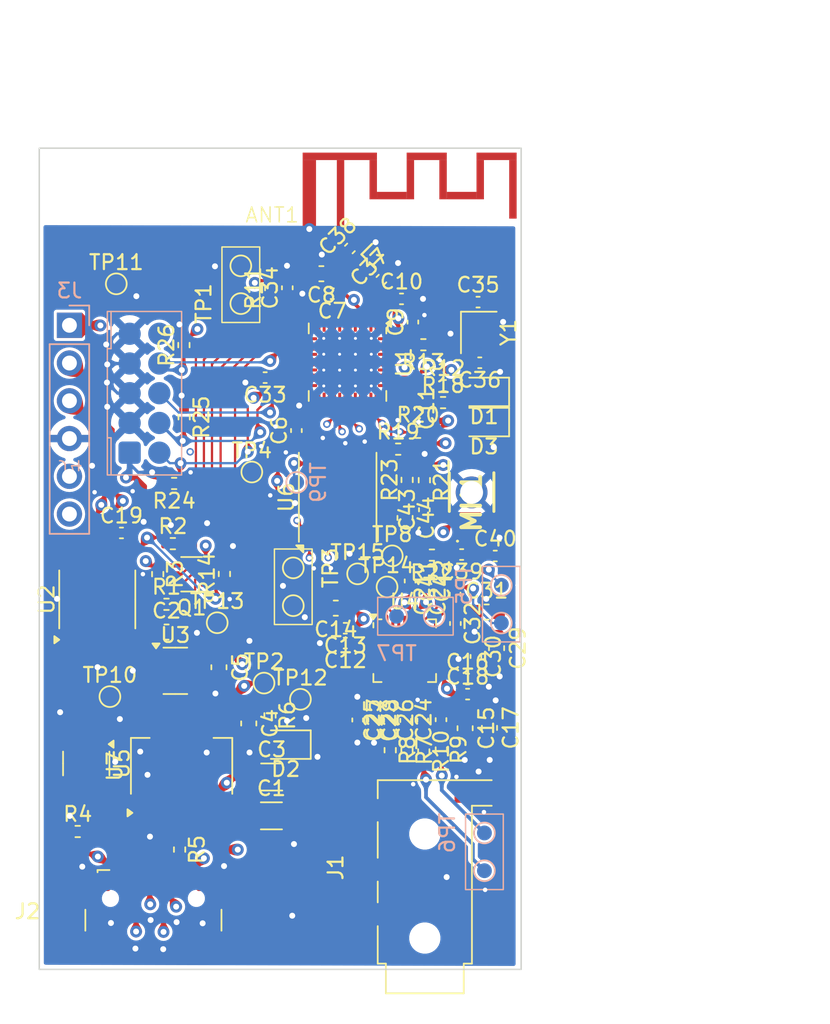
<source format=kicad_pcb>
(kicad_pcb (version 20241229) (generator "pcbnew") (generator_version "9.0")
  (layers (0 "F.Cu" signal) (4 "In1.Cu" signal) (6 "In2.Cu" signal) (2 "B.Cu" signal) (13 "F.Paste" user) (15 "B.Paste" user) (5 "F.SilkS" user "F.Silkscreen") (7 "B.SilkS" user "B.Silkscreen") (1 "F.Mask" user) (3 "B.Mask" user) (25 "Edge.Cuts" user))
  (net 0 "")
  (net 1 "GND")
  (net 2 "/Power/USB_VBUS")
  (net 3 "+3V3")
  (net 4 "+1V8")
  (net 5 "Net-(MK1-OUT-)")
  (net 6 "Net-(MK1-OUT+)")
  (net 7 "/audio/MIC+")
  (net 8 "/audio/MIC-")
  (net 9 "Net-(U4-LIN2)")
  (net 10 "LIN2")
  (net 11 "Net-(U4-RIN2)")
  (net 12 "RIN2")
  (net 13 "Net-(C23-Pad1)")
  (net 14 "Net-(U4-LOUT1)")
  (net 15 "Net-(U4-LOUT2)")
  (net 16 "Net-(C24-Pad1)")
  (net 17 "Net-(U4-ROUT1)")
  (net 18 "Net-(C25-Pad1)")
  (net 19 "Net-(U4-ROUT2)")
  (net 20 "Net-(C26-Pad1)")
  (net 21 "Net-(U4-VREF)")
  (net 22 "Net-(U4-ADCVREF)")
  (net 23 "Net-(U4-VMID)")
  (net 24 "/Micro/EN")
  (net 25 "Net-(C35-Pad1)")
  (net 26 "/Micro/XTAL_N")
  (net 27 "Net-(D1-A)")
  (net 28 "Net-(D2-A)")
  (net 29 "/Micro/VDD_SDIO")
  (net 30 "/Power/USB_CC2")
  (net 31 "/Power/USB_CC1")
  (net 32 "/audio/LOUT1")
  (net 33 "/audio/ROUT1")
  (net 34 "Net-(C43-Pad2)")
  (net 35 "/audio/LOUT2")
  (net 36 "Net-(D3-A)")
  (net 37 "/Micro/XTAL_P")
  (net 38 "/Micro/SCS{slash}CMD")
  (net 42 "/Micro/SDI{slash}SD1")
  (net 44 "Net-(Q1B-B2)")
  (net 47 "/Micro/DTR")
  (net 48 "/audio/ROUT2")
  (net 52 "Net-(Q1A-B1)")
  (net 53 "/Micro/SWP{slash}SD3")
  (net 54 "/Micro/RTS")
  (net 55 "/Micro/SCK{slash}CLK")
  (net 56 "/Micro/LED_BLUE")
  (net 57 "/Micro/SHD{slash}SD2")
  (net 58 "/Micro/MTDI")
  (net 60 "/Micro/MTMS")
  (net 61 "/Micro/MTCK")
  (net 62 "/Micro/LED_GREEN")
  (net 64 "/Micro/SDO{slash}SD0")
  (net 66 "Net-(U1-LNA_IN)")
  (net 69 "SCLK")
  (net 70 "I2C_DATA")
  (net 71 "I2C_AD")
  (net 72 "I2C_CLK")
  (net 73 "MCLK")
  (net 74 "DSDIN")
  (net 75 "LRCK")
  (net 77 "ASDOUT")
  (net 78 "USB_D-")
  (net 79 "USB_D+")
  (net 86 "Net-(ANT1-IN)")
  (net 87 "/Micro/GPIO_2")
  (net 89 "/Micro/MTDO")
  (net 94 "/Micro/UART_RX")
  (net 95 "/Micro/UART_TX")
  (net 96 "Net-(J2-D--PadA7)")
  (net 97 "Net-(J2-D+-PadA6)")
  (footprint "Capacitor_SMD:C_0603_1608Metric" (layer "F.Cu") (at 170.31 92.44 -90)
    (property "Reference" "C44")
    (property "Value" "10u")
  )
  (footprint "Capacitor_SMD:C_0402_1005Metric" (layer "F.Cu") (at 163 86.56 90)
    (property "Reference" "C6")
    (property "Value" "1uF")
  )
  (footprint "Resistor_SMD:R_0402_1005Metric" (layer "F.Cu") (at 155.14 114.75 -90)
    (property "Reference" "R5")
    (property "Value" "5k1")
  )
  (footprint "Resistor_SMD:R_0402_1005Metric" (layer "F.Cu") (at 161.27 76.969999 90)
    (property "Reference" "R11")
    (property "Value" "10k")
  )
  (footprint "Resistor_SMD:R_0402_1005Metric" (layer "F.Cu") (at 148.283701 113.535)
    (property "Reference" "R4")
    (property "Value" "5k1")
  )
  (footprint "Resistor_SMD:R_0402_1005Metric" (layer "F.Cu") (at 154.6862 94.16875)
    (property "Reference" "R2")
    (property "Value" "10k")
  )
  (footprint "Capacitor_SMD:C_0402_1005Metric" (layer "F.Cu") (at 173.682245 97.572243 90)
    (property "Reference" "C22")
    (property "Value" "1uF")
  )
  (footprint "Connector_Audio:Jack_3.5mm_KoreanHropartsElec_PJ-320D-4A_Horizontal" (layer "F.Cu") (at 171.642244 115.952244 90)
    (property "Reference" "J1")
    (property "Value" "AudioJack4_Ground")
  )
  (footprint "custom_footprints:TestPoint_Pad_2x1_D1.0mm" (layer "F.Cu") (at 159.26 78.02 90)
    (property "Reference" "TP1")
    (property "Value" "TEST_EN")
  )
  (footprint "Capacitor_SMD:C_0603_1608Metric" (layer "F.Cu") (at 175.992244 106.562244 -90)
    (property "Reference" "C17")
    (property "Value" "10u")
  )
  (footprint "TestPoint:TestPoint_Pad_D1.0mm" (layer "F.Cu") (at 169.1 97.08)
    (property "Reference" "TP14")
    (property "Value" "TEST_I2C_AD")
  )
  (footprint "Capacitor_SMD:C_0402_1005Metric" (layer "F.Cu") (at 168.72 76.41 45)
    (property "Reference" "C37")
    (property "Value" "3.3pF")
  )
  (footprint "Capacitor_SMD:C_0402_1005Metric" (layer "F.Cu") (at 160.8962 82.99875 180)
    (property "Reference" "C33")
    (property "Value" "100nF")
  )
  (footprint "Package_TO_SOT_SMD:SOT-223-3_TabPin2" (layer "F.Cu") (at 155.2737 109.14875 90)
    (property "Reference" "U7")
    (property "Value" "NCP1117-3.3_SOT223")
  )
  (footprint "Resistor_SMD:R_0402_1005Metric" (layer "F.Cu") (at 170.442244 108.092244 -90)
    (property "Reference" "R7")
    (property "Value" "10R")
  )
  (footprint "Capacitor_SMD:C_0402_1005Metric" (layer "F.Cu") (at 176.38 95)
    (property "Reference" "C40")
    (property "Value" "10nF")
  )
  (footprint "LED_SMD:LED_0805_2012Metric" (layer "F.Cu") (at 175.63 85.99 180)
    (property "Reference" "D3")
    (property "Value" "LED_GREEN")
  )
  (footprint "Resistor_SMD:R_0402_1005Metric" (layer "F.Cu") (at 171.543667 80.786203 180)
    (property "Reference" "R13")
    (property "Value" "0R")
  )
  (footprint "Capacitor_SMD:C_0402_1005Metric" (layer "F.Cu") (at 168.202244 106.032244 -90)
    (property "Reference" "C28")
    (property "Value" "100nF")
  )
  (footprint "Capacitor_SMD:C_0402_1005Metric" (layer "F.Cu") (at 171.61 91.89 90)
    (property "Reference" "C43")
    (property "Value" "100nF")
  )
  (footprint "Capacitor_SMD:C_0402_1005Metric" (layer "F.Cu") (at 170.072884 77.703217)
    (property "Reference" "C10")
    (property "Value" "100nF")
  )
  (footprint "Resistor_SMD:R_0402_1005Metric" (layer "F.Cu") (at 171.61 89.9 -90)
    (property "Reference" "R21")
    (property "Value" "2k2")
  )
  (footprint "TestPoint:TestPoint_Pad_D1.0mm" (layer "F.Cu") (at 169.45 94.99)
    (property "Reference" "TP8")
    (property "Value" "TEST_I2C_DATA")
  )
  (footprint "Capacitor_SMD:C_0402_1005Metric" (layer "F.Cu") (at 151.2262 93.44875)
    (property "Reference" "C19")
    (property "Value" "100nF")
  )
  (footprint "TestPoint:TestPoint_Pad_D1.0mm" (layer "F.Cu") (at 167.12 96.2)
    (property "Reference" "TP15")
    (property "Value" "TEST_I2C_CLK")
  )
  (footprint "Capacitor_SMD:C_0402_1005Metric" (layer "F.Cu") (at 174.12 94.9 180)
    (property "Reference" "C39")
    (property "Value" "10nF")
  )
  (footprint "Capacitor_SMD:C_0603_1608Metric" (layer "F.Cu") (at 176.47 101.2 -90)
    (property "Reference" "C29")
    (property "Value" "10u")
  )
  (footprint "Package_DFN_QFN:QFN-28-1EP_4x4mm_P0.4mm_EP2.3x2.3mm" (layer "F.Cu") (at 170.29 101.37)
    (property "Reference" "U4")
    (property "Value" "ES8388")
  )
  (footprint "Resistor_SMD:R_0402_1005Metric" (layer "F.Cu") (at 155.43 80.81 90)
    (property "Reference" "R26")
    (property "Value" "4k7")
  )
  (footprint "Capacitor_SMD:C_0402_1005Metric" (layer "F.Cu") (at 165.411428 77.352537 180)
    (property "Reference" "C7")
    (property "Value" "1uF")
  )
  (footprint "Capacitor_SMD:C_0402_1005Metric" (layer "F.Cu") (at 166.599411 74.310589 45)
    (property "Reference" "C38")
    (property "Value" "3.3pF")
  )
  (footprint "Capacitor_SMD:C_0402_1005Metric" (layer "F.Cu") (at 170.84 79.26 90)
    (property "Reference" "C9")
    (property "Value" "100nF")
  )
  (footprint "Resistor_SMD:R_0402_1005Metric" (layer "F.Cu") (at 171.190001 86.68)
    (property "Reference" "R20")
    (property "Value" "4k7")
  )
  (footprint "Capacitor_SMD:C_0402_1005Metric" (layer "F.Cu") (at 166.29 99.86 180)
    (property "Reference" "C13")
    (property "Value" "100nF")
  )
  (footprint "Capacitor_SMD:C_0402_1005Metric" (layer "F.Cu") (at 167.122244 106.032244 -90)
    (property "Reference" "C27")
    (property "Value" "10u")
  )
  (footprint "Resistor_SMD:R_0402_1005Metric" (layer "F.Cu") (at 172.12 94.94 180)
    (property "Reference" "R22")
    (property "Value" "2k2")
  )
  (footprint "Capacitor_SMD:C_0402_1005Metric" (layer "F.Cu") (at 175.08 101.76 -90)
    (property "Reference" "C30")
    (property "Value" "100nF")
  )
  (footprint "Capacitor_SMD:C_0603_1608Metric" (layer "F.Cu") (at 159.7937 106.265 -90)
    (property "Reference" "C4")
    (property "Value" "1uF")
  )
  (footprint "Capacitor_SMD:C_1206_3216Metric" (layer "F.Cu") (at 161.3175 112.48125)
    (property "Reference" "C1")
    (property "Value" "1uF")
  )
  (footprint "Resistor_SMD:R_0402_1005Metric" (layer "F.Cu") (at 155.445222 85.662671 -90)
    (property "Reference" "R25")
    (property "Value" "4k7")
  )
  (footprint "Capacitor_SMD:C_0603_1608Metric" (layer "F.Cu") (at 165.65 98.50875 180)
    (property "Reference" "C14")
    (property "Value" "10u")
  )
  (footprint "Package_DFN_QFN:QFN-48-1EP_5x5mm_P0.35mm_EP3.7x3.7mm_ThermalVias" (layer "F.Cu") (at 166.44 81.96 -90)
    (property "Reference" "U1")
    (property "Value" "ESP32D0WD-V3")
  )
  (footprint "custom_footprints:TestPoint_Pad_2x1_D1.0mm" (layer "F.Cu") (at 162.79 95.8 -90)
    (property "Reference" "TP3")
    (property "Value" "TEST_BOOT")
  )
  (footprint "Resistor_SMD:R_0402_1005Metric" (layer "F.Cu") (at 171.572244 108.152244 -90)
    (property "Reference" "R10")
    (property "Value" "10R")
  )
  (footprint "TestPoint:TestPoint_Pad_D1.0mm" (layer "F.Cu") (at 163.27 104.64)
    (property "Reference" "TP12")
    (property "Value" "TEST_GND")
  )
  (footprint "Capacitor_SMD:C_0603_1608Metric" (layer "F.Cu") (at 154.2637 100.1175)
    (property "Reference" "C2")
    (property "Value" "1uF")
  )
  (footprint "Capacitor_SMD:C_0402_1005Metric" (layer "F.Cu") (at 171.65 96.68 -90)
    (property "Reference" "C42")
    (property "Value" "100nF")
  )
  (footprint "Capacitor_SMD:C_0402_1005Metric" (layer "F.Cu") (at 174.512244 103.282244)
    (property "Reference" "C16")
    (property "Value" "100nF")
  )
  (footprint "Package_TO_SOT_SMD:SOT-363_SC-70-6" (layer "F.Cu") (at 155.9462 96.22875 180)
    (property "Reference" "Q1")
    (property "Value" "UMH3N")
  )
  (footprint "Capacitor_SMD:C_0402_1005Metric" (layer "F.Cu") (at 172.632244 97.572244 90)
    (property "Reference" "C21")
    (property "Value" "1uF")
  )
  (footprint "Package_SO:SSOP-10-1EP_3.9x4.9mm_P1mm_EP2.1x3.3mm" (layer "F.Cu") (at 149.6 97.92125 90)
    (property "Reference" "U2")
    (property "Value" "CH340K")
  )
  (footprint "Resistor_SMD:R_0402_1005Metric" (layer "F.Cu") (at 172.752244 108.022244 -90)
    (property "Reference" "R9")
    (property "Value" "10R")
  )
  (footprint "custom_footprints:ICS40720" (layer "F.Cu") (at 174.79 91.4 -90)
    (property "Reference" "MK1")
    (property "Value" "ICS-40720" (hide yes))
  )
  (footprint "LED_SMD:LED_0805_2012Metric" (layer "F.Cu") (at 175.63 83.96 180)
    (property "Reference" "D1")
    (property "Value" "LED_BLUE")
  )
  (footprint "Capacitor_SMD:C_0402_1005Metric" (layer "F.Cu") (at 172.732244 106.012244 90)
    (property "Reference" "C24")
    (property "Value" "1uF")
  )
  (footprint "TestPoint:TestPoint_Pad_D1.0mm" (layer "F.Cu") (at 160.82 103.55)
    (property "Reference" "TP2")
    (property "Value" "TEST_3V3")
  )
  (footprint "Capacitor_SMD:C_1206_3216Metric" (layer "F.Cu") (at 161.3375 109.86875)
    (property "Reference" "C3")
    (property "Value" "10uF")
  )
  (footprint "Inductor_SMD:L_0402_1005Metric" (layer "F.Cu") (at 167.33 75.67 -45)
    (property "Reference" "L1")
    (property "Value" "2.2nH")
  )
  (footprint "Capacitor_SMD:C_0402_1005Metric" (layer "F.Cu") (at 175.34 82 180)
    (property "Reference" "C36")
    (property "Value" "18pF")
  )
  (footprint "Capacitor_SMD:C_0402_1005Metric" (layer "F.Cu") (at 162.387229 76.955857 90)
    (property "Reference" "C34")
    (property "Value" "1uF")
  )
  (footprint "Capacitor_SMD:C_0402_1005Metric" (layer "F.Cu") (at 170.6 85.08 -90)
    (property "Reference" "C11")
    (property "Value" "100nF")
  )
  (footprint "Resistor_SMD:R_0402_1005Metric" (layer "F.Cu") (at 169.85 87.81)
    (property "Reference" "R19")
    (property "Value" "4k7")
  )
  (footprint "Capacitor_SMD:C_0402_1005Metric" (layer "F.Cu") (at 170.65 96.68 -90)
    (property "Reference" "C41")
    (property "Value" "100nF")
  )
  (footprint "Capacitor_SMD:C_0603_1608Metric" (layer "F.Cu") (at 174.352244 106.587246 -90)
    (property "Reference" "C15")
    (property "Value" "10u")
  )
  (footprint "Resistor_SMD:R_0402_1005Metric" (layer "F.Cu") (at 158.1562 96.20875 90)
    (property "Reference" "R14")
    (property "Value" "0R")
  )
  (footprint "Capacitor_SMD:C_0402_1005Metric" (layer "F.Cu") (at 166.29 100.86 180)
    (property "Reference" "C12")
    (property "Value" "100nF")
  )
  (footprint "Crystal:Crystal_SMD_SeikoEpson_FA128-4Pin_2.0x1.6mm" (layer "F.Cu") (at 175.273432 79.962979 -90)
    (property "Reference" "Y1")
    (property "Value" "Crystal 40 MHz 10pF")
  )
  (footprint "TestPoint:TestPoint_Pad_D1.0mm" (layer "F.Cu") (at 150.88 76.69)
    (property "Reference" "TP11")
    (property "Value" "TEST_GND")
  )
  (footprint "Package_SON:WSON-8-1EP_6x5mm_P1.27mm_EP3.4x4.3mm" (layer "F.Cu") (at 165.7775 91.0525 90)
    (property "Reference" "U6")
    (property "Value" "W25Q32JVZP")
  )
  (footprint "TestPoint:TestPoint_Pad_D1.0mm" (layer "F.Cu") (at 150.45 104.46)
    (property "Reference" "TP10")
    (property "Value" "TEST_GND")
  )
  (footprint "Capacitor_SMD:C_0603_1608Metric" (layer "F.Cu") (at 164.68 76.01 180)
    (property "Reference" "C8")
    (property "Value" "10uF")
  )
  (footprint "Capacitor_SMD:C_0402_1005Metric" (layer "F.Cu") (at 170.352244 106.062244 90)
    (property "Reference" "C23")
    (property "Value" "1uF")
  )
  (footprint "LED_SMD:LED_0805_2012Metric" (layer "F.Cu") (at 162.28 107.69 180)
    (property "Reference" "D2")
    (property "Value" "LED_3V3")
  )
  (footprint "Package_TO_SOT_SMD:SOT-23-5" (layer "F.Cu") (at 154.8537 102.725)
    (property "Reference" "U3")
    (property "Value" "TLV71318PDBV")
  )
  (footprint "Resistor_SMD:R_0402_1005Metric" (layer "F.Cu") (at 161.2237 105.725 -90)
    (property "Reference" "R6")
    (property "Value" "1k")
  )
  (footprint "Resistor_SMD:R_0402_1005Metric" (layer "F.Cu") (at 172.87 84.68)
    (property "Reference" "R18")
    (property "Value" "1k")
  )
  (footprint "TestPoint:TestPoint_Pad_D1.0mm" (layer "F.Cu") (at 157.67 99.49)
    (property "Reference" "TP13")
    (property "Value" "TEST_1V8")
  )
  (footprint "Connector_USB:USB_C_Receptacle_GCT_USB4110" (layer "F.Cu") (at 153.3775 120.64125)
    (property "Reference" "J2")
    (property "Value" "USB_C_Receptacle_USB2.0")
  )
  (footprint "Capacitor_SMD:C_0402_1005Metric" (layer "F.Cu") (at 174.522245 104.292245)
    (property "Reference" "C18")
    (property "Value" "100nF")
  )
  (footprint "Capacitor_SMD:C_0402_1005Metric" (layer "F.Cu") (at 175.223935 77.919441)
    (property "Reference" "C35")
    (property "Value" "18pF")
  )
  (footprint "custom_footprints:Antenna 2.4GHz Inverted-F Meandered" (layer "F.Cu") (at 163.42 72.7625)
    (property "Reference" "ANT1")
    (property "Value" "2.4 GHz")
  )
  (footprint "TestPoint:TestPoint_Pad_D1.0mm" (layer "F.Cu") (at 160 89.35)
    (property "Reference" "TP4")
    (property "Value" "TEST_GPIO2")
  )
  (footprint "Resistor_SMD:R_0402_1005Metric" (layer "F.Cu") (at 154.77 90.12 180)
    (property "Reference" "R24")
    (property "Value" "4k7")
  )
  (footprint "Package_TO_SOT_SMD:SOT-23-6" (layer "F.Cu") (at 148.8575 108.95875 -90)
    (property "Reference" "U5")
    (property "Value" "USBLC6-2SC6")
  )
  (footprint "Resistor_SMD:R_0402_1005Metric" (layer "F.Cu") (at 172.91 83.54)
    (property "Reference" "R12")
    (property "Value" "1k")
  )
  (footprint "Resistor_SMD:R_0402_1005Metric" (layer "F.Cu") (at 154.2562 98.24875)
    (property "Reference" "R1")
    (property "Value" "10k")
  )
  (footprint "Capacitor_SMD:C_0603_1608Metric" (layer "F.Cu") (at 175.802244 98.772244)
    (property "Reference" "C31")
    (property "Value" "10u")
  )
  (footprint "Resistor_SMD:R_0402_1005Metric" (layer "F.Cu") (at 169.312244 108.064744 -90)
    (property "Reference" "R8")
    (property "Value" "10R")
  )
  (footprint "Capacitor_SMD:C_0402_1005Metric" (layer "F.Cu") (at 169.262244 106.052244 90)
    (property "Reference" "C25")
    (property "Value" "1uF")
  )
  (footprint "Capacitor_SMD:C_0402_1005Metric" (layer "F.Cu") (at 173.698444 99.540994 -90)
    (property "Reference" "C32")
    (property "Value" "100nF")
  )
  (footprint "Capacitor_SMD:C_0603_1608Metric" (layer "F.Cu") (at 157.7862 102.485 -90)
    (property "Reference" "C5")
    (property "Value" "1uF")
  )
  (footprint "Resistor_SMD:R_0402_1005Metric" (layer "F.Cu") (at 170.45 89.88 90)
    (property "Reference" "R23")
    (property "Value" "1k")
  )
  (footprint "Resistor_SMD:R_0402_1005Metric" (layer "F.Cu") (at 153.6662 96.21875 -90)
    (property "Reference" "R3")
    (property "Value" "0R")
  )
  (footprint "Capacitor_SMD:C_0402_1005Metric" (layer "F.Cu") (at 171.502244 106.042244 90)
    (property "Reference" "C26")
    (property "Value" "1uF")
  )
  (footprint "Connector_PinHeader_2.54mm:PinHeader_1x06_P2.54mm_Vertical" (layer "B.Cu") (at 147.7262 79.47875 180)
    (property "Reference" "J3")
    (property "Value" "Conn_01x06")
  )
  (footprint "custom_footprints:TestPoint_Pad_2x1_D1.0mm" (layer "B.Cu") (at 175.652244 113.632244 -90)
    (property "Reference" "TP6")
    (property "Value" "TEST_OUT_2")
  )
  (footprint "custom_footprints:2x5 2mm JTAG header pads only" (layer "B.Cu") (at 151.7762 88.04875)
    (property "Reference" "J4")
    (property "Value" "2x5 JTAG header")
  )
  (footprint "custom_footprints:TestPoint_Pad_2x1_D1.0mm" (layer "B.Cu") (at 169.74 99.05)
    (property "Reference" "TP7")
    (property "Value" "TEST_MIC_1")
  )
  (footprint "TestPoint:TestPoint_Pad_D1.0mm" (layer "B.Cu") (at 163.02 90.05 90)
    (property "Reference" "TP9")
    (property "Value" "TEST_VDD_SDIO")
  )
  (footprint "custom_footprints:TestPoint_Pad_2x1_D1.0mm" (layer "B.Cu") (at 176.79 96.97 -90)
    (property "Reference" "TP5")
    (property "Value" "TEST_IN_2")
  )
  (gr_line (start 165.97 72.89) (end 165.97 73.78) (stroke (width 0.34925)) (layer "F.Cu") (net 86))
  (gr_rect (start 145.695 67.5625) (end 178.125 122.8125) (stroke (width 0.1)) (fill no) (layer "Edge.Cuts"))
  (segment (start 155.445222 85.152672) (end 155.445222 84.3762) (width 0.2032) (layer "F.Cu") (net 1))
  (segment (start 176.897979 79.237979) (end 176.91 79.25) (width 0.1524) (layer "F.Cu") (net 1))
  (segment (start 168.202244 106.512244) (end 168.202244 107.542244) (width 0.1524) (layer "F.Cu") (net 1))
  (segment (start 167.6825 93.7525) (end 167.6825 94.4175) (width 0.25) (layer "F.Cu") (net 1))
  (segment (start 176.86 95) (end 176.86 93.96) (width 0.1524) (layer "F.Cu") (net 1))
  (segment (start 159.89745 82.99875) (end 159.5662 83.33) (width 0.1524) (layer "F.Cu") (net 1))
  (segment (start 167.049411 73.870589) (end 168.310587 73.870589) (width 0.34925) (layer "F.Cu") (net 1))
  (segment (start 176.577244 98.772244) (end 176.577244 98.681992) (width 0.1524) (layer "F.Cu") (net 1))
  (segment (start 175.992244 108.704794) (end 176.008444 108.720994) (width 0.2032) (layer "F.Cu") (net 1))
  (segment (start 174.892244 109.867756) (end 175.26 109.5) (width 0.254) (layer "F.Cu") (net 1))
  (segment (start 152.47 92.7) (end 152.72 92.7) (width 0.2032) (layer "F.Cu") (net 1))
  (segment (start 175.399695 104.292245) (end 175.818444 104.710994) (width 0.1524) (layer "F.Cu") (net 1))
  (segment (start 147.773702 113.535) (end 147.773702 112.516252) (width 0.254) (layer "F.Cu") (net 1))
  (segment (start 162.792501 112.48125) (end 162.792501 114.335051) (width 0.381) (layer "F.Cu") (net 1))
  (segment (start 168.202244 107.542244) (end 168.222244 107.562244) (width 0.1524) (layer "F.Cu") (net 1))
  (segment (start 175.703934 77.919441) (end 175.848432 78.063939) (width 0.1524) (layer "F.Cu") (net 1))
  (segment (start 162.387229 76.475857) (end 162.387229 75.491716) (width 0.1524) (layer "F.Cu") (net 1))
  (segment (start 165.7775 91.0525) (end 163.2975 91.0525) (width 0.25) (layer "F.Cu") (net 1))
  (segment (start 157.7862 103.26) (end 157.7862 104.0138) (width 0.2032) (layer "F.Cu") (net 1))
  (segment (start 174.698432 80.687979) (end 174.017979 80.687979) (width 0.1524) (layer "F.Cu") (net 1))
  (segment (start 170.29 101.37) (end 168.352501 101.37) (width 0.1524) (layer "F.Cu") (net 1))
  (segment (start 174.992244 103.282244) (end 175.439694 103.282244) (width 0.1524) (layer "F.Cu") (net 1))
  (segment (start 169.059411 76.070589) (end 169.84 75.29) (width 0.34925) (layer "F.Cu") (net 1))
  (segment (start 162.792501 114.335051) (end 162.8362 114.37875) (width 0.381) (layer "F.Cu") (net 1))
  (segment (start 155.445222 84.3762) (end 155.275222 84.2062) (width 0.2032) (layer "F.Cu") (net 1))
  (segment (start 171.09 104.608559) (end 171.158915 104.677474) (width 0.1524) (layer "F.Cu") (net 1))
  (segment (start 170.569504 78.792995) (end 170.570337 78.792162) (width 0.1524) (layer "F.Cu") (net 1))
  (segment (start 175.002245 104.292245) (end 175.399695 104.292245) (width 0.1524) (layer "F.Cu") (net 1))
  (segment (start 170.570337 78.792162) (end 171.614377 78.792162) (width 0.1524) (layer "F.Cu") (net 1))
  (segment (start 175.848432 79.237979) (end 176.897979 79.237979) (width 0.1524) (layer "F.Cu") (net 1))
  (segment (start 163.27 105.51) (end 163.66 105.9) (width 0.2032) (layer "F.Cu") (net 1))
  (segment (start 171.61 92.37) (end 171.61 93.03) (width 0.25) (layer "F.Cu") (net 1))
  (segment (start 149.11625 115.9) (end 148.59 115.9) (width 0.254) (layer "F.Cu") (net 1))
  (segment (start 162.941201 106.661201) (end 162.37 106.09) (width 0.381) (layer "F.Cu") (net 1))
  (segment (start 152.9737 109.7263) (end 152.98 109.72) (width 0.508) (layer "F.Cu") (net 1))
  (segment (start 163.92 109.71) (end 164.42 109.21) (width 0.381) (layer "F.Cu") (net 1))
  (segment (start 149.6 102.46255) (end 149.6162 102.47875) (width 0.381) (layer "F.Cu") (net 1))
  (segment (start 148.8575 108.483749) (end 149.222501 108.84875) (width 0.254) (layer "F.Cu") (net 1))
  (segment (start 176.577244 98.681992) (end 175.777812 97.88256) (width 0.1524) (layer "F.Cu") (net 1))
  (segment (start 162.941201 107.605) (end 162.941201 106.661201) (width 0.381) (layer "F.Cu") (net 1))
  (segment (start 174.22 102.24) (end 173.91 101.93) (width 0.1524) (layer "F.Cu") (net 1))
  (segment (start 174.698432 80.687979) (end 174.631472 80.754939) (width 0.1524) (layer "F.Cu") (net 1))
  (segment (start 165.81 100.86) (end 164.58 100.86) (width 0.25) (layer "F.Cu") (net 1))
  (segment (start 176.86 93.96) (end 176.67 93.77) (width 0.1524) (layer "F.Cu") (net 1))
  (segment (start 151.72125 93.44875) (end 152.47 92.7) (width 0.2032) (layer "F.Cu") (net 1))
  (segment (start 163.76 109.87) (end 163.92 109.71) (width 0.381) (layer "F.Cu") (net 1))
  (segment (start 153.487451 114.220001) (end 153.1462 113.87875) (width 0.254) (layer "F.Cu") (net 1))
  (segment (start 164.42 109.21) (end 164.42 108.51) (width 0.381) (layer "F.Cu") (net 1))
  (segment (start 175.439694 103.282244) (end 175.948444 103.790994) (width 0.1524) (layer "F.Cu") (net 1))
  (segment (start 151.7 77.52) (end 152.23 77.52) (width 0.254) (layer "F.Cu") (net 1))
  (segment (start 173.6 94.94) (end 173.64 94.9) (width 0.1524) (layer "F.Cu") (net 1))
  (segment (start 159.26 75.48) (end 157.55 75.48) (width 0.25) (layer "F.Cu") (net 1))
  (segment (start 163.2975 91.0525) (end 162.91 91.44) (width 0.25) (layer "F.Cu") (net 1))
  (segment (start 176.7062 83.471301) (end 176.7062 82.60875) (width 0.2032) (layer "F.Cu") (net 1))
  (segment (start 164.931428 76.861428) (end 163.908572 75.838572) (width 0.2032) (layer "F.Cu") (net 1))
  (segment (start 163 86.08) (end 163 85.0648) (width 0.1524) (layer "F.Cu") (net 1))
  (segment (start 174.920994 100.020994) (end 174.99 100.09) (width 0.1524) (layer "F.Cu") (net 1))
  (segment (start 174.352244 108.697194) (end 174.328444 108.720994) (width 0.2032) (layer "F.Cu") (net 1))
  (segment (start 165.81 99.64) (end 164.875 98.705) (width 0.25) (layer "F.Cu") (net 1))
  (segment (start 173.79 95.779844) (end 173.64 95.629844) (width 0.1524) (layer "F.Cu") (net 1))
  (segment (start 148.8575 107.82125) (end 148.8575 108.483749) (width 0.254) (layer "F.Cu") (net 1))
  (segment (start 149.222501 108.84875) (end 150.8062 108.84875) (width 0.254) (layer "F.Cu") (net 1))
  (segment (start 167.122244 106.512244) (end 167.122244 107.532244) (width 0.1524) (layer "F.Cu") (net 1))
  (segment (start 175.992244 107.337244) (end 175.992244 108.704794) (width 0.2032) (layer "F.Cu") (net 1))
  (segment (start 171.025 93.245) (end 171.21 93.43) (width 0.25) (layer "F.Cu") (net 1))
  (segment (start 163 85.0648) (end 163.1848 84.88) (width 0.1524) (layer "F.Cu") (net 1))
  (segment (start 170.29 101.37) (end 171.09 102.17) (width 0.1524) (layer "F.Cu") (net 1))
  (segment (start 172.227499 101.37) (end 170.29 101.37) (width 0.1524) (layer "F.Cu") (net 1))
  (segment (start 164.875 98.50875) (end 164.875 98.425) (width 0.1524) (layer "F.Cu") (net 1))
  (segment (start 170.31 93.245) (end 171.025 93.245) (width 0.25) (layer "F.Cu") (net 1))
  (segment (start 159.7937 108.16625) (end 159.8462 108.21875) (width 0.381) (layer "F.Cu") (net 1))
  (segment (start 165.81 100.86) (end 165.81 99.86) (width 0.25) (layer "F.Cu") (net 1))
  (segment (start 146.93125 97.92125) (end 146.89 97.88) (width 0.254) (layer "F.Cu") (net 1))
  (segment (start 149.6 97.92125) (end 146.93125 97.92125) (width 0.254) (layer "F.Cu") (net 1))
  (segment (start 176.47 101.975) (end 176.68 102.185) (width 0.1524) (layer "F.Cu") (net 1))
  (segment (start 156.5775 116.96125) (end 157.67875 115.86) (width 0.254) (layer "F.Cu") (net 1))
  (segment (start 170.802797 85.56) (end 171.226784 85.983987) (width 0.1524) (layer "F.Cu") (net 1))
  (segment (start 176.5675 85.859999) (end 176.5675 87.3887) (width 0.2032) (layer "F.Cu") (net 1))
  (segment (start 147.773702 112.516252) (end 147.7462 112.48875) (width 0.254) (layer "F.Cu") (net 1))
  (segment (start 167.6825 92.9575) (end 165.7775 91.0525) (width 0.25) (layer "F.Cu") (net 1))
  (segment (start 152.9737 112.29875) (end 152.9737 109.7263) (width 0.508) (layer "F.Cu") (net 1))
  (segment (start 159.7937 107.04) (end 159.7937 108.16625) (width 0.381) (layer "F.Cu") (net 1))
  (segment (start 152.005 102.725) (end 151.99 102.71) (width 0.2032) (layer "F.Cu") (net 1))
  (segment (start 155.0387 100.1175) (end 156.25495 100.1175) (width 0.381) (layer "F.Cu") (net 1))
  (segment (start 170.6 85.56) (end 170.802797 85.56) (width 0.1524) (layer "F.Cu") (net 1))
  (segment (start 172.227499 101.37) (end 173.35 101.37) (width 0.1524) (layer "F.Cu") (net 1))
  (segment (start 162.8125 109.86875) (end 163.7262 109.86875) (width 0.381) (layer "F.Cu") (net 1))
  (segment (start 160.4162 82.99875) (end 159.89745 82.99875) (width 0.1524) (layer "F.Cu") (net 1))
  (segment (start 174.87 80.859547) (end 174.698432 80.687979) (width 0.1524) (layer "F.Cu") (net 1))
  (segment (start 174.850001 82.013589) (end 174.87 81.99359) (width 0.1524) (layer "F.Cu") (net 1))
  (segment (start 175.08 102.24) (end 174.22 102.24) (width 0.1524) (layer "F.Cu") (net 1))
  (segment (start 176.68 102.185) (end 176.68 103.1) (width 0.1524) (layer "F.Cu") (net 1))
  (segment (start 149.6 100.55875) (end 149.6 102.46255) (width 0.381) (layer "F.Cu") (net 1))
  (segment (start 167.25 94.85) (end 166.58 94.85) (width 0.25) (layer "F.Cu") (net 1))
  (segment (start 170.552884 77.703217) (end 171.516783 77.703217) (width 0.1524) (layer "F.Cu") (net 1))
  (segment (start 173.64 95.629844) (end 173.64 95.03) (width 0.1524) (layer "F.Cu") (net 1))
  (segment (start 163.27 104.64) (end 163.27 105.51) (width 0.2032) (layer "F.Cu") (net 1))
  (segment (start 157.55 75.48) (end 157.52 75.51) (width 0.25) (layer "F.Cu") (net 1))
  (segment (start 175.818444 104.710994) (end 176.408444 104.710994) (width 0.1524) (layer "F.Cu") (net 1))
  (segment (start 157.7862 104.0138) (end 157.55 104.25) (width 0.2032) (layer "F.Cu") (net 1))
  (segment (start 167.6825 93.7525) (end 167.6825 92.9575) (width 0.25) (layer "F.Cu") (net 1))
  (segment (start 171.09 102.17) (end 171.09 103.3075) (width 0.1524) (layer "F.Cu") (net 1))
  (segment (start 153.7162 102.725) (end 152.005 102.725) (width 0.2032) (layer "F.Cu") (net 1))
  (segment (start 176.5675 87.3887) (end 176.2762 87.68) (width 0.2032) (layer "F.Cu") (net 1))
  (segment (start 173.64 95.03) (end 173.63 95.04) (width 0.1524) (layer "F.Cu") (net 1))
  (segment (start 171.09 103.3075) (end 171.09 104.608559) (width 0.1524) (layer "F.Cu") (net 1))
  (segment (start 162.79 98.34) (end 163.565001 99.115001) (width 0.25) (layer "F.Cu") (net 1))
  (segment (start 171.516783 77.703217) (end 171.52 77.7) (width 0.1524) (layer "F.Cu") (net 1))
  (segment (start 165.81 99.86) (end 165.81 99.64) (width 0.25) (layer "F.Cu") (net 1))
  (segment (start 174.352244 107.362246) (end 174.352244 108.697194) (width 0.2032) (layer "F.Cu") (net 1))
  (segment (start 155.02 114.220001) (end 153.487451 114.220001) (width 0.254) (layer "F.Cu") (net 1))
  (segment (start 162.387229 75.491716) (end 162.367756 75.472243) (width 0.1524) (layer "F.Cu") (net 1))
  (segment (start 150.45 104.46) (end 150.45 105.3) (width 0.1524) (layer "F.Cu") (net 1))
  (segment (start 171.61 93.03) (end 171.21 93.43) (width 0.25) (layer "F.Cu") (net 1))
  (segment (start 167.6825 94.4175) (end 167.25 94.85) (width 0.25) (layer "F.Cu") (net 1))
  (segment (start 173.35 101.37) (end 173.91 101.93) (width 0.1524) (layer "F.Cu") (net 1))
  (segment (start 150.45 105.3) (end 151.12 105.97) (width 0.1524) (layer "F.Cu") (net 1))
  (segment (start 173.698444 100.020994) (end 174.920994 100.020994) (width 0.1524) (layer "F.Cu") (net 1))
  (segment (start 150.1775 116.96125) (end 149.11625 115.9) (width 0.254) (layer "F.Cu") (net 1))
  (segment (start 168.310587 73.870589) (end 168.33 73.890002) (width 0.34925) (layer "F.Cu") (net 1))
  (segment (start 164.875 98.705) (end 164.875 98.50875) (width 0.25) (layer "F.Cu") (net 1))
  (segment (start 164.931428 77.352537) (end 164.931428 76.861428) (width 0.2032) (layer "F.Cu") (net 1))
  (segment (start 167.122244 107.532244) (end 167.102244 107.552244) (width 0.1524) (layer "F.Cu") (net 1))
  (segment (start 151.7062 93.44875) (end 151.72125 93.44875) (width 0.2032) (layer "F.Cu") (net 1))
  (segment (start 163.908572 75.521428) (end 164.71 74.72) (width 0.2032) (layer "F.Cu") (net 1))
  (segment (start 174.017979 80.687979) (end 173.37 80.04) (width 0.1524) (layer "F.Cu") (net 1))
  (segment (start 150.88 76.69) (end 150.88 76.7) (width 0.254) (layer "F.Cu") (net 1))
  (segment (start 174.892244 111.002244) (end 174.892244 109.867756) (width 0.254) (layer "F.Cu") (net 1))
  (segment (start 175.848432 78.063939) (end 175.848432 79.237979) (width 0.1524) (layer "F.Cu") (net 1))
  (segment (start 163.908572 75.838572) (end 163.908572 75.521428) (width 0.2032) (layer "F.Cu") (net 1))
  (segment (start 174.87 81.99359) (end 174.87 80.859547) (width 0.1524) (layer "F.Cu") (net 1))
  (segment (start 156.25495 100.1175) (end 156.3062 100.16875) (width 0.381) (layer "F.Cu") (net 1))
  (segment (start 164.931428 77.352537) (end 163.472855 77.352537) (width 0.2032) (layer "F.Cu") (net 1))
  (segment (start 172.629999 94.94) (end 173.6 94.94) (width 0.1524) (layer "F.Cu") (net 1))
  (segment (start 157.67875 115.86) (end 158.13 115.86) (width 0.254) (layer "F.Cu") (net 1))
  (segment (start 150.88 76.7) (end 151.7 77.52) (width 0.254) (layer "F.Cu") (net 1))
  (via (at 172.64 81.83) (size 0.5) (drill 0.3) (layers "F.Cu" "B.Cu") (net 1))
  (via (at 151.98 90.64) (size 0.5) (drill 0.3) (layers "F.Cu" "B.Cu") (net 1))
  (via (at 175.62 112.23) (size 0.5) (drill 0.3) (layers "F.Cu" "B.Cu") (net 1))
  (via (at 176.7062 82.60875) (size 0.8) (drill 0.4) (layers "F.Cu" "B.Cu") (net 1))
  (via (at 146.89 97.88) (size 0.8) (drill 0.4) (layers "F.Cu" "B.Cu") (net 1))
  (via (at 151.12 105.97) (size 0.8) (drill 0.4) (layers "F.Cu" "B.Cu") (net 1))
  (via (at 161.59 86.29) (size 0.5) (drill 0.3) (layers "F.Cu" "B.Cu") (net 1))
  (via (at 174.328444 108.720994) (size 0.8) (drill 0.4) (layers "F.Cu" "B.Cu") (net 1))
  (via (at 171.226784 85.983987) (size 0.5) (drill 0.3) (layers "F.Cu" "B.Cu") (net 1))
  (via (at 158.51 97.9) (size 0.5) (drill 0.3) (layers "F.Cu" "B.Cu") (net 1))
  (via (at 153.19 119.49) (size 0.8) (drill 0.4) (layers "F.Cu" "B.Cu") (net 1))
  (via (at 162.367756 75.472243) (size 0.8) (drill 0.4) (layers "F.Cu" "B.Cu") (net 1))
  (via (at 159.84 100.71) (size 0.8) (drill 0.4) (layers "F.Cu" "B.Cu") (net 1))
  (via (at 162.0962 97.01) (size 0.8) (drill 0.4) (layers "F.Cu" "B.Cu") (net 1))
  (via (at 160.63 87.61) (size 0.5) (drill 0.3) (layers "F.Cu" "B.Cu") (net 1))
  (via (at 150.52 119.69) (size 0.8) (drill 0.4) (layers "F.Cu" "B.Cu") (net 1))
  (via (at 152.1675 121.41125) (size 0.8) (drill 0.4) (layers "F.Cu" "B.Cu") (net 1))
  (via (at 171.52 77.7) (size 0.8) (drill 0.4) (layers "F.Cu" "B.Cu") (net 1))
  (via (at 175.26 109.5) (size 0.8) (drill 0.4) (layers "F.Cu" "B.Cu") (net 1))
  (via (at 153.1462 113.87875) (size 0.8) (drill 0.4) (layers "F.Cu" "B.Cu") (net 1))
  (via (at 149.6162 102.47875) (size 0.8) (drill 0.4) (layers "F.Cu" "B.Cu") (net 1))
  (via (at 176.91 79.25) (size 0.8) (drill 0.4) (layers "F.Cu" "B.Cu") (net 1))
  (via (at 158.73 94.33) (size 0.8) (drill 0.4) (layers "F.Cu" "B.Cu") (net 1))
  (via (at 166.29 87.41) (size 0.5) (drill 0.3) (layers "F.Cu" "B.Cu") (net 1))
  (via (at 173.37 80.04) (size 0.8) (drill 0.4) (layers "F.Cu" "B.Cu") (net 1))
  (via (at 176.008444 108.720994) (size 0.8) (drill 0.4) (layers "F.Cu" "B.Cu") (net 1))
  (via (at 157.52 75.51) (size 0.8) (drill 0.4) (layers "F.Cu" "B.Cu") (net 1))
  (via (at 163.1848 84.88) (size 0.8) (drill 0.4) (layers "F.Cu" "B.Cu") (net 1))
  (via (at 147.1 105.51) (size 0.8) (drill 0.4) (layers "F.Cu" "B.Cu") (net 1))
  (via (at 152.72 92.7) (size 0.8) (drill 0.4) (layers "F.Cu" "B.Cu") (net 1))
  (via (at 164.71 74.72) (size 0.8) (drill 0.4) (layers "F.Cu" "B.Cu") (net 1))
  (via (at 152.49 108.16) (size 0.8) (drill 0.4) (layers "F.Cu" "B.Cu") (net 1))
  (via (at 150.2705 82.11) (size 0.8) (drill 0.4) (layers "F.Cu" "B.Cu") (net 1))
  (via (at 162.29 88.03) (size 0.5) (drill 0.3) (layers "F.Cu" "B.Cu") (net 1))
  (via (at 150.8062 108.84875) (size 0.8) (drill 0.4) (layers "F.Cu" "B.Cu") (net 1))
  (via (at 176.68 103.1) (size 0.8) (drill 0.4) (layers "F.Cu" "B.Cu") (net 1))
  (via (at 170.86 110.35) (size 0.5) (drill 0.3) (layers "F.Cu" "B.Cu") (net 1))
  (via (at 156.96208 108.222121) (size 0.8) (drill 0.4) (layers "F.Cu" "B.Cu") (net 1))
  (via (at 162.37 106.09) (size 0.8) (drill 0.4) (layers "F.Cu" "B.Cu") (net 1))
  (via (at 162.8362 114.37875) (size 0.8) (drill 0.4) (layers "F.Cu" "B.Cu") (net 1))
  (via (at 167.596829 87.302843) (size 0.5) (drill 0.3) (layers "F.Cu" "B.Cu") (net 1))
  (via (at 147.7462 112.48875) (size 0.8) (drill 0.4) (layers "F.Cu" "B.Cu") (net 1))
  (via (at 168.33 73.890002) (size 0.8) (drill 0.4) (layers "F.Cu" "B.Cu") (net 1))
  (via (at 175.7 117.46) (size 0.5) (drill 0.3) (layers "F.Cu" "B.Cu") (net 1))
  (via (at 164.17 95.83) (size 0.5) (drill 0.3) (layers "F.Cu" "B.Cu") (net 1))
  (via (at 156.99 92.79) (size 0.8) (drill 0.4) (layers "F.Cu" "B.Cu") (net 1))
  (via (at 156.69 119.71) (size 0.8) (drill 0.4) (layers "F.Cu" "B.Cu") (net 1))
  (via (at 150.2005 80.77) (size 0.8) (drill 0.4) (layers "F.Cu" "B.Cu") (net 1))
  (via (at 169.81 85.86) (size 0.5) (drill 0.3) (layers "F.Cu" "B.Cu") (net 1))
  (via (at 174.99 100.09) (size 0.8) (drill 0.4) (layers "F.Cu" "B.Cu") (net 1))
  (via (at 171.21 93.43) (size 0.8) (drill 0.4) (layers "F.Cu" "B.Cu") (net 1))
  (via (at 152.98 109.72) (size 0.8) (drill 0.4) (layers "F.Cu" "B.Cu") (net 1))
  (via (at 155.275222 84.2062) (size 0.8) (drill 0.4) (layers "F.Cu" "B.Cu") (net 1))
  (via (at 162.72 119.2) (size 0.8) (drill 0.4) (layers "F.Cu" "B.Cu") (net 1))
  (via (at 166.58 94.85) (size 0.8) (drill 0.4) (layers "F.Cu" "B.Cu") (net 1))
  (via (at 152.23 77.52) (size 0.8) (drill 0.4) (layers "F.Cu" "B.Cu") (net 1))
  (via (at 173.77 109.86) (size 0.5) (drill 0.3) (layers "F.Cu" "B.Cu") (net 1))
  (via (at 154.0375 121.45125) (size 0.8) (drill 0.4) (layers "F.Cu" "B.Cu") (net 1))
  (via (at 159.5662 83.33) (size 0.8) (drill 0.4) (layers "F.Cu" "B.Cu") (net 1))
  (via (at 158.13 115.86) (size 0.8) (drill 0.4) (layers "F.Cu" "B.Cu") (net 1))
  (via (at 175.948444 103.790994) (size 0.8) (drill 0.4) (layers "F.Cu" "B.Cu") (net 1))
  (via (at 176.2762 87.68) (size 0.8) (drill 0.4) (layers "F.Cu" "B.Cu") (net 1))
  (via (at 155.13 79.42) (size 0.8) (drill 0.4) (layers "F.Cu" "B.Cu") (net 1))
  (via (at 152.67 96.22) (size 0.5) (drill 0.3) (layers "F.Cu" "B.Cu") (net 1))
  (via (at 169.84 75.29) (size 0.8) (drill 0.4) (layers "F.Cu" "B.Cu") (net 1))
  (via (at 164.7762 87.05875) (size 0.5) (drill 0.3) (layers "F.Cu" "B.Cu") (net 1))
  (via (at 149.25 88.93) (size 0.8) (drill 0.4) (layers "F.Cu" "B.Cu") (net 1))
  (via (at 149.42 90.71) (size 0.5) (drill 0.3) (layers "F.Cu" "B.Cu") (net 1))
  (via (at 171.158915 104.677474) (size 0.5) (drill 0.3) (layers "F.Cu" "B.Cu") (net 1))
  (via (at 163.565001 99.115001) (size 0.8) (drill 0.4) (layers "F.Cu" "B.Cu") (net 1))
  (via (at 148.59 115.9) (size 0.8) (drill 0.4) (layers "F.Cu" "B.Cu") (net 1))
  (via (at 155.85 87.99) (size 0.5) (drill 0.3) (layers "F.Cu" "B.Cu") (net 1))
  (via (at 162.91 91.44) (size 0.8) (drill 0.4) (layers "F.Cu" "B.Cu") (net 1))
  (via (at 167.1 104.47) (size 0.8) (drill 0.4) (layers "F.Cu" "B.Cu") (net 1))
  (via (at 150.2705 84.96) (size 0.8) (drill 0.4) (layers "F.Cu" "B.Cu") (net 1))
  (via (at 176.408444 104.710994) (size 0.8) (drill 0.4) (layers "F.Cu" "B.Cu") (net 1))
  (via (at 161.24 90.92) (size 0.5) (drill 0.3) (layers "F.Cu" "B.Cu") (net 1))
  (via (at 155.88 89.37) (size 0.5) (drill 0.3) (layers "F.Cu" "B.Cu") (net 1))
  (via (at 164.42 108.51) (size 0.8) (drill 0.4) (layers "F.Cu" "B.Cu") (net 1))
  (via (at 150.2505 83.33) (size 0.8) (drill 0.4) (layers "F.Cu" "B.Cu") (net 1))
  (via (at 157.55 104.25) (size 0.8) (drill 0.4) (layers "F.Cu" "B.Cu") (net 1))
  (via (at 171.63 88.13) (size 0.8) (drill 0.4) (layers "F.Cu" "B.Cu") (net 1))
  (via (at 167.102244 107.552244) (size 0.8) (drill 0.4) (layers "F.Cu" "B.Cu") (net 1))
  (via (at 176.67 93.77) (size 0.8) (drill 0.4) (layers "F.Cu" "B.Cu") (net 1))
  (via (at 159.8462 108.21875) (size 0.8) (drill 0.4) (layers "F.Cu" "B.Cu") (net 1))
  (via (at 163.66 105.9) (size 0.8) (drill 0.4) (layers "F.Cu" "B.Cu") (net 1))
  (via (at 173.11 116.6) (size 0.8) (drill 0.4) (layers "F.Cu" "B.Cu") (net 1))
  (via (at 164.58 100.86) (size 0.8) (drill 0.4) (layers "F.Cu" "B.Cu") (net 1))
  (via (at 163.87 73.0025) (size 0.8) (drill 0.4) (layers "F.Cu" "B.Cu") (net 1))
  (via (at 165.32 95.82) (size 0.5) (drill 0.3) (layers "F.Cu" "B.Cu") (net 1))
  (via (at 156.3062 100.16875) (size 0.8) (drill 0.4) (layers "F.Cu" "B.Cu") (net 1))
  (via (at 171.614377 78.792162) (size 0.5) (drill 0.3) (layers "F.Cu" "B.Cu") (net 1))
  (via (at 173.79 95.779844) (size 0.8) (drill 0.4) (layers "F.Cu" "B.Cu") (net 1))
  (via (at 175.777812 97.88256) (size 0.8) (drill 0.4) (layers "F.Cu" "B.Cu") (net 1))
  (via (at 154.55 92.92) (size 0.8) (drill 0.4) (layers "F.Cu" "B.Cu") (net 1))
  (via (at 168.222244 107.562244) (size 0.8) (drill 0.4) (layers "F.Cu" "B.Cu") (net 1))
  (via (at 173.91 101.93) (size 0.8) (drill 0.4) (layers "F.Cu" "B.Cu") (net 1))
  (via (at 154.9375 119.63125) (size 0.8) (drill 0.4) (layers "F.Cu" "B.Cu") (net 1))
  (via (at 151.99 102.71) (size 0.8) (drill 0.4) (layers "F.Cu" "B.Cu") (net 1))
  (via (at 163.4 77.35) (size 0.8) (drill 0.4) (layers "F.Cu" "B.Cu") (net 1))
  (segment (start 150.687451 84.96) (end 150.2705 84.96) (width 0.2032) (layer "B.Cu") (net 1))
  (segment (start 151.7762 86.048749) (end 150.687451 84.96) (width 0.2032) (layer "B.Cu") (net 1))
  (segment (start 150.33175 82.04875) (end 150.2705 82.11) (width 0.2032) (layer "B.Cu") (net 1))
  (segment (start 151.7762 84.04875) (end 150.96925 84.04875) (width 0.2032) (layer "B.Cu") (net 1))
  (segment (start 150.92175 80.04875) (end 150.2005 80.77) (width 0.2032) (layer "B.Cu") (net 1))
  (segment (start 151.7762 80.04875) (end 150.92175 80.04875) (width 0.2032) (layer "B.Cu") (net 1))
  (segment (start 151.7762 82.04875) (end 150.33175 82.04875) (width 0.2032) (layer "B.Cu") (net 1))
  (segment (start 150.96925 84.04875) (end 150.2505 83.33) (width 0.2032) (layer "B.Cu") (net 1))
  (segment (start 159.659999 112.29875) (end 159.842499 112.48125) (width 0.381) (layer "F.Cu") (net 2))
  (segment (start 157.4975 111.0725) (end 158.315 110.255) (width 0.508) (layer "F.Cu") (net 2))
  (segment (start 157.4975 112.23375) (end 157.4975 111.0725) (width 0.508) (layer "F.Cu") (net 2))
  (segment (start 158.70125 109.86875) (end 159.8625 109.86875) (width 0.508) (layer "F.Cu") (net 2))
  (segment (start 149.78104 115.22125) (end 149.6375 115.22125) (width 0.381) (layer "F.Cu") (net 2))
  (segment (start 147.504159 108.97875) (end 146.7562 109.726709) (width 0.254) (layer "F.Cu") (net 2))
  (segment (start 155.7775 116.331184) (end 156.773684 115.335) (width 0.381) (layer "F.Cu") (net 2))
  (segment (start 150.9775 116.41771) (end 149.78104 115.22125) (width 0.381) (layer "F.Cu") (net 2))
  (segment (start 155.7775 116.96125) (end 155.7775 116.331184) (width 0.381) (layer "F.Cu") (net 2))
  (segment (start 157.4975 112.29875) (end 157.4975 112.23375) (width 0.381) (layer "F.Cu") (net 2))
  (segment (start 146.7562 109.726709) (end 146.7562 113.564182) (width 0.254) (layer "F.Cu") (net 2))
  (segment (start 158.315 110.255) (end 158.70125 109.86875) (width 0.508) (layer "F.Cu") (net 2))
  (segment (start 148.8575 109.433751) (end 148.402499 108.97875) (width 0.254) (layer "F.Cu") (net 2))
  (segment (start 148.8575 110.09625) (end 148.8575 109.433751) (width 0.254) (layer "F.Cu") (net 2))
  (segment (start 146.7562 113.564182) (end 148.235018 115.043) (width 0.254) (layer "F.Cu") (net 2))
  (segment (start 158.25245 114.755) (end 159.0537 114.755) (width 0.508) (layer "F.Cu") (net 2))
  (segment (start 148.235018 115.043) (end 149.45925 115.043) (width 0.254) (layer "F.Cu") (net 2))
  (segment (start 160.2525 109.86875) (end 159.8625 109.86875) (width 0.381) (layer "F.Cu") (net 2))
  (segment (start 148.402499 108.97875) (end 147.504159 108.97875) (width 0.254) (layer "F.Cu") (net 2))
  (segment (start 157.4975 112.23375) (end 157.4975 114.00005) (width 0.508) (layer "F.Cu") (net 2))
  (segment (start 150.9775 116.96125) (end 150.9775 116.41771) (width 0.381) (layer "F.Cu") (net 2))
  (segment (start 157.4975 114.00005) (end 158.25245 114.755) (width 0.508) (layer "F.Cu") (net 2))
  (segment (start 157.4975 112.29875) (end 159.659999 112.29875) (width 0.381) (layer "F.Cu") (net 2))
  (segment (start 149.45925 115.043) (end 149.6375 115.22125) (width 0.254) (layer "F.Cu") (net 2))
  (via (at 149.6375 115.22125) (size 0.8) (drill 0.4) (layers "F.Cu" "B.Cu") (net 2))
  (via (at 158.315 110.255) (size 0.8) (drill 0.4) (layers "F.Cu" "B.Cu") (net 2))
  (via (at 156.773684 115.335) (size 0.8) (drill 0.4) (layers "F.Cu" "B.Cu") (net 2))
  (via (at 159.0537 114.755) (size 0.8) (drill 0.4) (layers "F.Cu" "B.Cu") (net 2))
  (segment (start 160.82 103.55) (end 159.67495 103.55) (width 0.25) (layer "F.Cu") (net 3))
  (segment (start 168.015 79.51) (end 167.665 79.51) (width 0.1524) (layer "F.Cu") (net 3))
  (segment (start 155.769999 80.300001) (end 156.34 79.73) (width 0.2032) (layer "F.Cu") (net 3))
  (segment (start 169.297202 81.085) (end 169.86 80.522202) (width 0.2032) (layer "F.Cu") (net 3))
  (segment (start 153.7162 100.345) (end 153.4887 100.1175) (width 0.381) (layer "F.Cu") (net 3))
  (segment (start 172.84903 102.280408) (end 172.79403 102.225408) (width 0.2032) (layer "F.Cu") (net 3))
  (segment (start 169.592884 77.703217) (end 169.496783 77.703217) (width 0.2032) (layer "F.Cu") (net 3))
  (segment (start 168.94 79.285) (end 168.715 79.51) (width 0.2032) (layer "F.Cu") (net 3))
  (segment (start 147.6 95.283749) (end 147.6 96.121248) (width 0.254) (layer "F.Cu") (net 3))
  (segment (start 172.737024 102.168401) (end 172.737024 101.939574) (width 0.2032) (layer "F.Cu") (net 3))
  (segment (start 160.324949 84.36) (end 160.12 84.36) (width 0.25) (layer "F.Cu") (net 3))
  (segment (start 150.7462 92.963452) (end 152.7505 90.959152) (width 0.381) (layer "F.Cu") (net 3))
  (segment (start 154.9462 104.48875) (end 154.52995 104.48875) (width 0.508) (layer "F.Cu") (net 3))
  (segment (start 173.02 87.43) (end 173.04 87.41) (width 0.2032) (layer "F.Cu") (net 3))
  (segment (start 170.45 89.370001) (end 171.001601 88.8184) (width 0.2032) (layer "F.Cu") (net 3))
  (segment (start 172.42 86.68) (end 173.21 85.89) (width 0.2032) (layer "F.Cu") (net 3))
  (segment (start 152.149652 89.72) (end 151.53 89.72) (width 0.381) (layer "F.Cu") (net 3))
  (segment (start 172.56905 101.7716) (end 172.2275 101.7716) (width 0.2032) (layer "F.Cu") (net 3))
  (segment (start 155.43 80.300001) (end 155.769999 80.300001) (width 0.2032) (layer "F.Cu") (net 3))
  (segment (start 150.21 96.48) (end 150.6 96.09) (width 0.254) (layer "F.Cu") (net 3))
  (segment (start 167.84 78.947296) (end 166.245241 77.352537) (width 0.25) (layer "F.Cu") (net 3))
  (segment (start 172.79403 102.225408) (end 172.737024 102.168401) (width 0.2032) (layer "F.Cu") (net 3))
  (segment (start 169.592884 78.742884) (end 169.86 79.01) (width 0.2032) (layer "F.Cu") (net 3))
  (segment (start 150.76 93.462548) (end 150.746201 93.448749) (width 0.34925) (layer "F.Cu") (net 3))
  (segment (start 169.86 80.522202) (end 169.86 79.82) (width 0.2032) (layer "F.Cu") (net 3))
  (segment (start 158.012475 105.212475) (end 159.4862 103.73875) (width 0.508) (layer "F.Cu") (net 3))
  (segment (start 173.47495 92.81) (end 172.8862 93.39875) (width 0.2032) (layer "F.Cu") (net 3))
  (segment (start 150.6 96.09) (end 150.6 95.28375) (width 0.254) (layer "F.Cu") (net 3))
  (segment (start 147.6 96.121248) (end 147.958752 96.48) (width 0.254) (layer "F.Cu") (net 3))
  (segment (start 173.135964 103.923474) (end 172.9416 103.72911) (width 0.2032) (layer "F.Cu") (net 3))
  (segment (start 153.7162 101.775) (end 153.7162 100.345) (width 0.381) (layer "F.Cu") (net 3))
  (segment (start 172.737024 102.168401) (end 172.2275 102.168401) (width 0.2032) (layer "F.Cu") (net 3))
  (segment (start 170.28 82.3152) (end 170.0998 82.135) (width 0.1524) (layer "F.Cu") (net 3))
  (segment (start 174.032244 105.492246) (end 174.032244 103.282244) (width 0.381) (layer "F.Cu") (net 3))
  (segment (start 170.909999 84.6) (end 170.6 84.6) (width 0.34925) (layer "F.Cu") (net 3))
  (segment (start 168.89 81.085) (end 169.297202 81.085) (width 0.2032) (layer "F.Cu") (net 3))
  (segment (start 173.504735 104.292245) (end 173.135964 103.923474) (width 0.381) (layer "F.Cu") (net 3))
  (segment (start 161.3762 82.99875) (end 161.46125 82.99875) (width 0.1524) (layer "F.Cu") (net 3))
  (segment (start 149.79875 79.47875) (end 149.81 79.49) (width 0.508) (layer "F.Cu") (net 3))
  (segment (start 169.496783 77.703217) (end 168.94 78.26) (width 0.2032) (layer "F.Cu") (net 3))
  (segment (start 165.449393 76.076928) (end 165.270007 76.076928) (width 0.1524) (layer "F.Cu") (net 3))
  (segment (start 172.9416 102.372978) (end 172.84903 102.280408) (width 0.2032) (layer "F.Cu") (net 3))
  (segment (start 157.2262 105.99875) (end 158.012475 105.212475) (width 0.508) (layer "F.Cu") (net 3))
  (segment (start 162.58995 81.785) (end 161.3762 82.99875) (width 0.1524) (layer "F.Cu") (net 3))
  (segment (start 167.84 79.41) (end 167.84 78.947296) (width 0.25) (layer "F.Cu") (net 3))
  (segment (start 155.2737 105.99875) (end 157.2262 105.99875) (width 0.508) (layer "F.Cu") (net 3))
  (segment (start 169.592884 77.703217) (end 169.592884 78.742884) (width 0.2032) (layer "F.Cu") (net 3))
  (segment (start 150.6 95.28375) (end 150.61 95.27375) (width 0.34925) (layer "F.Cu") (net 3))
  (segment (start 154.7692 102.165501) (end 154.7692 103.60575) (width 0.381) (layer "F.Cu") (net 3))
  (segment (start 154.04 90.12) (end 153.29 89.37) (width 0.2032) (layer "F.Cu") (net 3))
  (segment (start 166.107373 77.568482) (end 165.891428 77.352537) (width 0.1524) (layer "F.Cu") (net 3))
  (segment (start 155.2737 104.81625) (end 154.9462 104.48875) (width 0.508) (layer "F.Cu") (net 3))
  (segment (start 154.52995 104.48875) (end 154.208075 104.166875) (width 0.508) (layer "F.Cu") (net 3))
  (segment (start 150.76 94.08) (end 150.76 93.462548) (width 0.34925) (layer "F.Cu") (net 3))
  (segment (start 152.7505 90.320848) (end 152.149652 89.72) (width 0.381) (layer "F.Cu") (net 3))
  (segment (start 171.001601 88.8184) (end 172.82585 88.8184) (width 0.2032) (layer "F.Cu") (net 3))
  (segment (start 170.0998 82.135) (end 168.89 82.135) (width 0.1524) (layer "F.Cu") (net 3))
  (segment (start 150.61 95.27375) (end 150.61 94.23) (width 0.34925) (layer "F.Cu") (net 3))
  (segment (start 152.7505 90.959152) (end 152.7505 90.320848) (width 0.381) (layer "F.Cu") (net 3))
  (segment (start 174.042245 104.292245) (end 173.504735 104.292245) (width 0.381) (layer "F.Cu") (net 3))
  (segment (start 172.84903 102.280408) (end 172.737024 102.168401) (width 0.2032) (layer "F.Cu") (net 3))
  (segment (start 171.7 86.68) (end 172.42 86.68) (width 0.2032) (layer "F.Cu") (net 3))
  (segment (start 150.7462 93.44875) (end 150.7462 92.963452) (width 0.381) (layer "F.Cu") (net 3))
  (segment (start 169.94 79.74) (end 170.84 79.74) (width 0.2032) (layer "F.Cu") (net 3))
  (segment (start 147.7262 79.47875) (end 149.79875 79.47875) (width 0.508) (layer "F.Cu") (net 3))
  (segment (start 172.9416 103.72911) (end 172.9416 102.372978) (width 0.2032) (layer "F.Cu") (net 3))
  (segment (start 173.91 92.81) (end 173.47495 92.81) (width 0.2032) (layer "F.Cu") (net 3))
  (segment (start 147.958752 96.48) (end 150.21 96.48) (width 0.254) (layer "F.Cu") (net 3))
  (segment (start 155.2737 105.99875) (end 155.2737 104.81625) (width 0.508) (layer "F.Cu") (net 3))
  (segment (start 168.663718 85.08) (end 168.365 84.781282) (width 0.1524) (layer "F.Cu") (net 3))
  (segment (start 154.378699 101.775) (end 154.7692 102.165501) (width 0.381) (layer "F.Cu") (net 3))
  (segment (start 163.99 81.785) (end 162.58995 81.785) (width 0.1524) (layer "F.Cu") (net 3))
  (segment (start 174.352244 105.812246) (end 174.032244 105.492246) (width 0.381) (layer "F.Cu") (net 3))
  (segment (start 154.208075 104.166875) (end 153.7162 103.675) (width 0.508) (layer "F.Cu") (net 3))
  (segment (start 158.012475 105.212475) (end 158.29 105.49) (width 0.508) (layer "F.Cu") (net 3))
  (segment (start 155.2737 112.29875) (end 155.2737 105.99875) (width 0.508) (layer "F.Cu") (net 3))
  (segment (start 158.29 105.49) (end 159.7937 105.49) (width 0.508) (layer "F.Cu") (net 3))
  (segment (start 153.7162 101.775) (end 154.378699 101.775) (width 0.381) (layer "F.Cu") (net 3))
  (segment (start 165.891428 76.518963) (end 165.449393 76.076928) (width 0.1524) (layer "F.Cu") (net 3))
  (segment (start 174.377246 105.787244) (end 174.352244 105.812246) (width 0.381) (layer "F.Cu") (net 3))
  (segment (start 154.260001 90.12) (end 154.04 90.12) (width 0.2032) (layer "F.Cu") (net 3))
  (segment (start 160.36 76.46) (end 160.2 76.62) (width 0.1524) (layer "F.Cu") (net 3))
  (segment (start 168.94 78.26) (end 168.94 79.285) (width 0.2032) (layer "F.Cu") (net 3))
  (segment (start 161.3762 83.308749) (end 160.324949 84.36) (width 0.25) (layer "F.Cu") (net 3))
  (segment (start 166.245241 77.352537) (end 165.891428 77.352537) (width 0.25) (layer "F.Cu") (net 3))
  (segment (start 175.992244 105.787244) (end 174.377246 105.787244) (width 0.381) (layer "F.Cu") (net 3))
  (segment (start 170.6 84.6) (end 170.09 84.6) (width 0.1524) (layer "F.Cu") (net 3))
  (segment (start 159.67495 103.55) (end 159.4862 103.73875) (width 0.25) (layer "F.Cu") (net 3))
  (segment (start 161.27 76.46) (end 160.36 76.46) (width 0.1524) (layer "F.Cu") (net 3))
  (segment (start 172.592892 85.89) (end 172.194625 85.491733) (width 0.34925) (layer "F.Cu") (net 3))
  (segment (start 173.21 85.89) (end 172.592892 85.89) (width 0.34925) (layer "F.Cu") (net 3))
  (segment (start 170.739999 87.43) (end 173.02 87.43) (width 0.2032) (layer "F.Cu") (net 3))
  (segment (start 170.359999 87.81) (end 170.739999 87.43) (width 0.2032) (layer "F.Cu") (net 3))
  (segment (start 154.7692 103.60575) (end 154.208075 104.166875) (width 0.381) (layer "F.Cu") (net 3))
  (segment (start 169.86 79.82) (end 169.86 79.01) (width 0.2032) (layer "F.Cu") (net 3))
  (segment (start 172.82585 88.8184) (end 172.8862 88.87875) (width 0.2032) (layer "F.Cu") (net 3))
  (segment (start 150.7462 93.44875) (end 150.746201 93.448749) (width 0.254) (layer "F.Cu") (net 3))
  (segment (start 161.3762 82.99875) (end 161.3762 83.308749) (width 0.25) (layer "F.Cu") (net 3))
  (segment (start 172.194625 85.491733) (end 171.801732 85.491733) (width 0.34925) (layer "F.Cu") (net 3))
  (segment (start 168.365 84.781282) (end 168.365 84.41) (width 0.1524) (layer "F.Cu") (net 3))
  (segment (start 172.737024 101.939574) (end 172.56905 101.7716) (width 0.2032) (layer "F.Cu") (net 3))
  (segment (start 161.2237 105.215) (end 160.0687 105.215) (width 0.25) (layer "F.Cu") (net 3))
  (segment (start 169.61 85.08) (end 168.663718 85.08) (width 0.1524) (layer "F.Cu") (net 3))
  (segment (start 165.891428 77.352537) (end 165.891428 76.518963) (width 0.1524) (layer "F.Cu") (net 3))
  (segment (start 171.801732 85.491733) (end 170.909999 84.6) (width 0.34925) (layer "F.Cu") (net 3))
  (segment (start 160.0687 105.215) (end 159.7937 105.49) (width 0.25) (layer "F.Cu") (net 3))
  (segment (start 170.09 84.6) (end 169.61 85.08) (width 0.1524) (layer "F.Cu") (net 3))
  (segment (start 150.61 94.23) (end 150.76 94.08) (width 0.34925) (layer "F.Cu") (net 3))
  (segment (start 169.86 79.82) (end 169.94 79.74) (width 0.2032) (layer "F.Cu") (net 3))
  (via (at 172.8862 88.87875) (size 0.8) (drill 0.4) (layers "F.Cu" "B.Cu") (net 3))
  (via (at 166.87 77.77) (size 0.8) (drill 0.4) (layers "F.Cu" "B.Cu") (net 3))
  (via (at 172.8862 93.39875) (size 0.8) (drill 0.4) (layers "F.Cu" "B.Cu") (net 3))
  (via (at 160.2 76.62) (size 0.8) (drill 0.4) (layers "F.Cu" "B.Cu") (net 3))
  (via (at 151.53 89.72) (size 0.8) (drill 0.4) (layers "F.Cu" "B.Cu") (net 3))
  (via (at 153.29 89.37) (size 0.8) (drill 0.4) (layers "F.Cu" "B.Cu") (net 3))
  (via (at 160.12 84.36) (size 0.8) (drill 0.4) (layers "F.Cu" "B.Cu") (net 3))
  (via (at 173.04 87.41) (size 0.8) (drill 0.4) (layers "F.Cu" "B.Cu") (net 3))
  (via (at 149.81 79.49) (size 0.8) (drill 0.4) (layers "F.Cu" "B.Cu") (net 3))
  (via (at 169.86 79.01) (size 0.8) (drill 0.4) (layers "F.Cu" "B.Cu") (net 3))
  (via (at 173.21 85.89) (size 0.8) (drill 0.4) (layers "F.Cu" "B.Cu") (net 3))
  (via (at 159.4862 103.73875) (size 0.8) (drill 0.4) (layers "F.Cu" "B.Cu") (net 3))
  (via (at 156.34 79.73) (size 0.8) (drill 0.4) (layers "F.Cu" "B.Cu") (net 3))
  (via (at 173.135964 103.923474) (size 0.8) (drill 0.4) (layers "F.Cu" "B.Cu") (net 3))
  (via (at 170.28 82.3152) (size 0.8) (drill 0.4) (layers "F.Cu" "B.Cu") (net 3))
  (segment (start 152.34745 89.37) (end 153.29 89.37) (width 0.2032) (layer "B.Cu") (net 3))
  (segment (start 151.7762 88.04875) (end 151.7762 89.4738) (width 0.381) (layer "B.Cu") (net 3))
  (segment (start 151.7762 89.4738) (end 151.53 89.72) (width 0.381) (layer "B.Cu") (net 3))
  (segment (start 151.7762 88.79875) (end 152.34745 89.37) (width 0.2032) (layer "B.Cu") (net 3))
  (segment (start 151.7762 88.04875) (end 151.7762 88.79875) (width 0.2032) (layer "B.Cu") (net 3))
  (segment (start 168.3525 100.57) (end 168.3525 100.970001) (width 0.1524) (layer "F.Cu") (net 4))
  (segment (start 167.179541 99.872244) (end 166.742244 99.872244) (width 0.1524) (layer "F.Cu") (net 4))
  (segment (start 155.9912 101.775) (end 157.7212 101.775) (width 0.381) (layer "F.Cu") (net 4))
  (segment (start 166.425 98.50875) (end 166.811748 98.50875) (width 0.25) (layer "F.Cu") (net 4))
  (segment (start 157.7862 101.71) (end 158.78745 101.71) (width 0.381) (layer "F.Cu") (net 4))
  (segment (start 167.429694 100.872244) (end 167.52745 100.97) (width 0.1524) (layer "F.Cu") (net 4))
  (segment (start 168.3525 100.57) (end 167.877297 100.57) (width 0.1524) (layer "F.Cu") (net 4))
  (segment (start 167.52745 100.97) (end 168.3525 100.97) (width 0.1524) (layer "F.Cu") (net 4))
  (segment (start 167.877297 100.57) (end 167.179541 99.872244) (width 0.1524) (layer "F.Cu") (net 4))
  (segment (start 166.811748 98.50875) (end 167.526218 99.22322) (width 0.25) (layer "F.Cu") (net 4))
  (segment (start 166.742244 99.872244) (end 166.877194 99.872244) (width 0.381) (layer "F.Cu") (net 4))
  (segment (start 166.742244 100.872244) (end 167.429694 100.872244) (width 0.1524) (layer "F.Cu") (net 4))
  (segment (start 157.7862 101.71) (end 157.7862 99.6062) (width 0.381) (layer "F.Cu") (net 4))
  (segment (start 166.742244 100.872244) (end 166.742244 99.872244) (width 0.25) (layer "F.Cu") (net 4))
  (segment (start 157.7212 101.775) (end 157.7862 101.71) (width 0.381) (layer "F.Cu") (net 4))
  (segment (start 158.78745 101.71) (end 159.3562 102.27875) (width 0.381) (layer "F.Cu") (net 4))
  (segment (start 166.877194 99.872244) (end 167.526218 99.22322) (width 0.381) (layer "F.Cu") (net 4))
  (segment (start 157.7862 99.6062) (end 157.67 99.49) (width 0.381) (layer "F.Cu") (net 4))
  (via (at 167.526218 99.22322) (size 0.8) (drill 0.4) (layers "F.Cu" "B.Cu") (net 4))
  (via (at 159.3562 102.27875) (size 0.8) (drill 0.4) (layers "F.Cu" "B.Cu") (net 4))
  (segment (start 174.2675 93.6975) (end 174.79 93.174999) (width 0.1524) (layer "F.Cu") (net 5))
  (segment (start 171.734733 95.04) (end 171.734733 94.645267) (width 0.1524) (layer "F.Cu") (net 5))
  (segment (start 171.620001 95.04) (end 171.6 95.04) (width 0.1524) (layer "F.Cu") (net 5))
  (segment (start 171.6 95.04) (end 171.492244 95.147756) (width 0.1524) (layer "F.Cu") (net 5))
  (segment (start 171.492244 95.147756) (end 171.492244 96.202244) (width 0.1524) (layer "F.Cu") (net 5))
  (segment (start 171.734733 94.645267) (end 172.25505 94.12495) (width 0.1524) (layer "F.Cu") (net 5))
  (segment (start 172.25505 94.12495) (end 173.84005 94.12495) (width 0.1524) (layer "F.Cu") (net 5))
  (segment (start 173.84005 94.12495) (end 174.2675 93.6975) (width 0.1524) (layer "F.Cu") (net 5))
  (segment (start 174.6 94.03) (end 174.2675 93.6975) (width 0.1524) (layer "F.Cu") (net 5))
  (segment (start 171.48 95.16) (end 171.6 95.04) (width 0.1524) (layer "F.Cu") (net 5))
  (segment (start 174.79 93.174999) (end 174.79 92.81) (width 0.1524) (layer "F.Cu") (net 5))
  (segment (start 174.6 95.03) (end 174.6 94.03) (width 0.1524) (layer "F.Cu") (net 5))
  (segment (start 171.9362 93.321748) (end 173.127948 92.13) (width 0.1524) (layer "F.Cu") (net 6))
  (segment (start 175.354999 92.13) (end 175.67 92.445001) (width 0.1524) (layer "F.Cu") (net 6))
  (segment (start 172.49 91.021028) (end 173.598972 92.13) (width 0.1524) (layer "F.Cu") (net 6))
  (segment (start 173.127948 92.13) (end 173.598972 92.13) (width 0.1524) (layer "F.Cu") (net 6))
  (segment (start 175.67 93.93) (end 175.9 94.16) (width 0.1524) (layer "F.Cu") (net 6))
  (segment (start 172.19 89.39) (end 172.49 89.69) (width 0.1524) (layer "F.Cu") (net 6))
  (segment (start 170.65 96.2) (end 170.67 96.18) (width 0.1524) (layer "F.Cu") (net 6))
  (segment (start 171.61 89.39) (end 172.19 89.39) (width 0.1524) (layer "F.Cu") (net 6))
  (segment (start 173.598972 92.13) (end 175.354999 92.13) (width 0.1524) (layer "F.Cu") (net 6))
  (segment (start 175.67 92.81) (end 175.67 93.93) (width 0.1524) (layer "F.Cu") (net 6))
  (segment (start 170.442244 96.082244) (end 170.602244 96.082244) (width 0.1524) (layer "F.Cu") (net 6))
  (segment (start 175.9 94.16) (end 175.9 95) (width 0.1524) (layer "F.Cu") (net 6))
  (segment (start 175.67 92.445001) (end 175.67 92.81) (width 0.1524) (layer "F.Cu") (net 6))
  (segment (start 171.9362 93.708535) (end 171.9362 93.321748) (width 0.1524) (layer "F.Cu") (net 6))
  (segment (start 172.49 89.69) (end 172.49 91.021028) (width 0.1524) (layer "F.Cu") (net 6))
  (segment (start 170.67 96.18) (end 170.67 94.974735) (width 0.1524) (layer "F.Cu") (net 6))
  (segment (start 170.67 94.974735) (end 171.9362 93.708535) (width 0.1524) (layer "F.Cu") (net 6))
  (segment (start 170.69 99.4325) (end 170.69 98.528768) (width 0.1524) (layer "F.Cu") (net 7))
  (segment (start 170.65 97.74742) (end 170.279326 98.118094) (width 0.1524) (layer "F.Cu") (net 7))
  (segment (start 170.69 98.528768) (end 170.279326 98.118094) (width 0.1524) (layer "F.Cu") (net 7))
  (segment (start 170.65 97.16) (end 170.65 97.74742) (width 0.1524) (layer "F.Cu") (net 7))
  (via (at 170.279326 98.118094) (size 0.8) (drill 0.4) (layers "F.Cu" "B.Cu") (net 7))
  (segment (start 169.7 98.69742) (end 170.279326 98.118094) (width 0.1524) (layer "B.Cu") (net 7))
  (segment (start 171.722245 97.592245) (end 171.492244 97.362244) (width 0.1524) (layer "F.Cu") (net 8))
  (segment (start 171.722245 98.100996) (end 171.09 98.733241) (width 0.1524) (layer "F.Cu") (net 8))
  (segment (start 171.09 99.4325) (end 171.113801 99.408699) (width 0.1524) (layer "F.Cu") (net 8))
  (segment (start 171.722245 98.100996) (end 171.722245 97.592245) (width 0.1524) (layer "F.Cu") (net 8))
  (segment (start 171.492244 97.362244) (end 171.492244 97.162244) (width 0.1524) (layer "F.Cu") (net 8))
  (segment (start 171.09 98.733241) (end 171.09 99.4325) (width 0.1524) (layer "F.Cu") (net 8))
  (via (at 171.722245 98.100996) (size 0.8) (drill 0.4) (layers "F.Cu" "B.Cu") (net 8))
  (segment (start 171.722245 98.100996) (end 172.26 98.638751) (width 0.1524) (layer "B.Cu") (net 8))
  (segment (start 171.490001 99.4325) (end 172.632244 98.290257) (width 0.1524) (layer "F.Cu") (net 9))
  (segment (start 172.632244 98.290257) (end 172.632244 98.052244) (width 0.1524) (layer "F.Cu") (net 9))
  (segment (start 173.268444 96.456044) (end 174.383956 96.456044) (width 0.1524) (layer "F.Cu") (net 10))
  (segment (start 172.632244 97.092244) (end 173.268444 96.456044) (width 0.1524) (layer "F.Cu") (net 10))
  (segment (start 174.93 95.91) (end 175.95 95.91) (width 0.1524) (layer "F.Cu") (net 10))
  (segment (start 174.383956 96.456044) (end 174.93 95.91) (width 0.1524) (layer "F.Cu") (net 10))
  (via (at 175.95 95.91) (size 0.8) (drill 0.4) (layers "F.Cu" "B.Cu") (net 10))
  (segment (start 175.95 95.91) (end 175.95 96.13) (width 0.1524) (layer "B.Cu") (net 10))
  (segment (start 175.95 96.13) (end 176.79 96.97) (width 0.1524) (layer "B.Cu") (net 10))
  (segment (start 172.332244 100.065255) (end 172.332244 99.342244) (width 0.1524) (layer "F.Cu") (net 11))
  (segment (start 172.332244 99.342244) (end 172.392244 99.342244) (width 0.1524) (layer "F.Cu") (net 11))
  (segment (start 172.2275 100.169999) (end 172.332244 100.065255) (width 0.1524) (layer "F.Cu") (net 11))
  (segment (start 172.392244 99.342244) (end 173.682245 98.052243) (width 0.1524) (layer "F.Cu") (net 11))
  (segment (start 173.732245 98.102244) (end 173.682244 98.052244) (width 0.1524) (layer "F.Cu") (net 11))
  (segment (start 174.802243 97.092243) (end 174.892244 97.182244) (width 0.1524) (layer "F.Cu") (net 12))
  (segment (start 173.682245 97.092243) (end 174.802243 97.092243) (width 0.1524) (layer "F.Cu") (net 12))
  (via (at 174.892244 97.182244) (size 0.8) (drill 0.4) (layers "F.Cu" "B.Cu") (net 12))
  (segment (start 174.892244 97.182244) (end 174.892244 98.232244) (width 0.1524) (layer "B.Cu") (net 12))
  (segment (start 176.17 99.51) (end 176.79 99.51) (width 0.1524) (layer "B.Cu") (net 12))
  (segment (start 174.892244 98.232244) (end 176.17 99.51) (width 0.1524) (layer "B.Cu") (net 12))
  (segment (start 170.352244 107.492244) (end 170.442244 107.582244) (width 0.1524) (layer "F.Cu") (net 13))
  (segment (start 170.352244 106.542244) (end 170.352244 107.492244) (width 0.1524) (layer "F.Cu") (net 13))
  (segment (start 170.352244 105.582244) (end 170.352244 104.487374) (width 0.1524) (layer "F.Cu") (net 14))
  (segment (start 170.69 104.149618) (end 170.69 103.3075) (width 0.1524) (layer "F.Cu") (net 14))
  (segment (start 170.352244 104.487374) (end 170.69 104.149618) (width 0.1524) (layer "F.Cu") (net 14))
  (segment (start 172.409764 105.209764) (end 172.732244 105.532244) (width 0.1524) (layer "F.Cu") (net 15))
  (segment (start 172.2275 102.570001) (end 172.409764 102.752265) (width 0.1524) (layer "F.Cu") (net 15))
  (segment (start 172.409764 102.752265) (end 172.409764 105.209764) (width 0.1524) (layer "F.Cu") (net 15))
  (segment (start 172.732244 106.492244) (end 172.732244 107.492244) (width 0.1524) (layer "F.Cu") (net 16))
  (segment (start 172.732244 107.492244) (end 172.752244 107.512244) (width 0.1524) (layer "F.Cu") (net 16))
  (segment (start 170.29 103.954488) (end 170.29 103.307499) (width 0.1524) (layer "F.Cu") (net 17))
  (segment (start 169.262244 105.572244) (end 169.262244 104.982244) (width 0.1524) (layer "F.Cu") (net 17))
  (segment (start 169.262244 104.982244) (end 170.29 103.954488) (width 0.1524) (layer "F.Cu") (net 17))
  (segment (start 169.262244 107.504744) (end 169.312244 107.554744) (width 0.1524) (layer "F.Cu") (net 18))
  (segment (start 169.262244 106.532244) (end 169.262244 107.504744) (width 0.1524) (layer "F.Cu") (net 18))
  (segment (start 171.888444 105.176044) (end 171.502244 105.562244) (width 0.1524) (layer "F.Cu") (net 19))
  (segment (start 171.888444 103.705943) (end 171.888444 105.176044) (width 0.1524) (layer "F.Cu") (net 19))
  (segment (start 171.490001 103.3075) (end 171.888444 103.705943) (width 0.1524) (layer "F.Cu") (net 19))
  (segment (start 171.502244 106.522244) (end 171.502244 107.572244) (width 0.1524) (layer "F.Cu") (net 20))
  (segment (start 171.502244 107.572244) (end 171.572244 107.642244) (width 0.1524) (layer "F.Cu") (net 20))
  (segment (start 169.25046 104.422244) (end 168.722244 104.422244) (width 0.1524) (layer "F.Cu") (net 21))
  (segment (start 168.202244 104.942244) (end 168.202244 105.552244) (width 0.1524) (layer "F.Cu") (net 21))
  (segment (start 169.89 103.782704) (end 169.25046 104.422244) (width 0.1524) (layer "F.Cu") (net 21))
  (segment (start 167.122244 105.552244) (end 168.202244 105.552244) (width 0.1524) (layer "F.Cu") (net 21))
  (segment (start 169.89 103.3075) (end 169.89 103.782704) (width 0.1524) (layer "F.Cu") (net 21))
  (segment (start 168.722244 104.422244) (end 168.202244 104.942244) (width 0.1524) (layer "F.Cu") (net 21))
  (segment (start 174.468444 101.250994) (end 175.644006 101.250994) (width 0.1524) (layer "F.Cu") (net 22))
  (segment (start 175.644006 101.250994) (end 176.47 100.425) (width 0.1524) (layer "F.Cu") (net 22))
  (segment (start 172.2275 100.97) (end 174.18745 100.97) (width 0.1524) (layer "F.Cu") (net 22))
  (segment (start 174.18745 100.97) (end 174.468444 101.250994) (width 0.1524) (layer "F.Cu") (net 22))
  (segment (start 173.06 100.32) (end 173.06 99.699438) (width 0.1524) (layer "F.Cu") (net 23))
  (segment (start 173.06 99.699438) (end 173.698444 99.060994) (width 0.1524) (layer "F.Cu") (net 23))
  (segment (start 172.81 100.57) (end 173.06 100.32) (width 0.1524) (layer "F.Cu") (net 23))
  (segment (start 174.913444 99.060994) (end 175.108444 98.865994) (width 0.1524) (layer "F.Cu") (net 23))
  (segment (start 172.2275 100.57) (end 172.81 100.57) (width 0.1524) (layer "F.Cu") (net 23))
  (segment (start 173.698444 99.060994) (end 174.913444 99.060994) (width 0.1524) (layer "F.Cu") (net 23))
  (segment (start 159.26 78.02) (end 158.29 78.99) (width 0.1524) (layer "F.Cu") (net 24))
  (segment (start 155.321199 96.87875) (end 154.9962 96.87875) (width 0.1524) (layer "F.Cu") (net 24))
  (segment (start 159.800002 77.479998) (end 162.179998 77.479998) (width 0.1524) (layer "F.Cu") (net 24))
  (segment (start 153.6662 96.728749) (end 153.816201 96.87875) (width 0.1524) (layer "F.Cu") (net 24))
  (segment (start 156.2362 81.500802) (end 156.2362 95.963749) (width 0.1524) (layer "F.Cu") (net 24))
  (segment (start 159.26 78.02) (end 159.800002 77.479998) (width 0.1524) (layer "F.Cu") (net 24))
  (segment (start 153.816201 96.87875) (end 154.9962 96.87875) (width 0.1524) (layer "F.Cu") (net 24))
  (segment (start 165.915 79.022295) (end 165.915 79.51) (width 0.1524) (layer "F.Cu") (net 24))
  (segment (start 164.874105 77.9814) (end 165.915 79.022295) (width 0.1524) (layer "F.Cu") (net 24))
  (segment (start 158.29 78.99) (end 158.29 79.447002) (width 0.1524) (layer "F.Cu") (net 24))
  (segment (start 158.29 79.447002) (end 156.2362 81.500802) (width 0.1524) (layer "F.Cu") (net 24))
  (segment (start 162.179998 77.479998) (end 162.6814 77.9814) (width 0.1524) (layer "F.Cu") (net 24))
  (segment (start 156.2362 95.963749) (end 155.321199 96.87875) (width 0.1524) (layer "F.Cu") (net 24))
  (segment (start 162.6814 77.9814) (end 164.874105 77.9814) (width 0.1524) (layer "F.Cu") (net 24))
  (segment (start 172.862021 79.237979) (end 174.698432 79.237979) (width 0.1524) (layer "F.Cu") (net 25))
  (segment (start 172.053666 80.046334) (end 172.862021 79.237979) (width 0.1524) (layer "F.Cu") (net 25))
  (segment (start 172.053666 80.786203) (end 172.053666 80.046334) (width 0.1524) (layer "F.Cu") (net 25))
  (segment (start 174.743935 79.192476) (end 174.743935 77.919441) (width 0.1524) (layer "F.Cu") (net 25))
  (segment (start 174.698432 79.237979) (end 174.743935 79.192476) (width 0.1524) (layer "F.Cu") (net 25))
  (segment (start 173.347002 81.42) (end 174.537002 82.61) (width 0.1524) (layer "F.Cu") (net 26))
  (segment (start 174.537002 82.61) (end 175.213589 82.61) (width 0.1524) (layer "F.Cu") (net 26))
  (segment (start 168.89 81.785) (end 169.832789 81.785) (width 0.1524) (layer "F.Cu") (net 26))
  (segment (start 169.832789 81.785) (end 170.197789 81.42) (width 0.1524) (layer "F.Cu") (net 26))
  (segment (start 175.213589 82.61) (end 175.848432 81.975157) (width 0.1524) (layer "F.Cu") (net 26))
  (segment (start 175.848432 81.975157) (end 175.848432 80.687979) (width 0.1524) (layer "F.Cu") (net 26))
  (segment (start 170.197789 81.42) (end 173.347002 81.42) (width 0.1524) (layer "F.Cu") (net 26))
  (segment (start 174.692499 83.91) (end 173.79 83.91) (width 0.25) (layer "F.Cu") (net 27))
  (segment (start 173.79 83.91) (end 173.42 83.54) (width 0.25) (layer "F.Cu") (net 27))
  (segment (start 161.2237 107.462501) (end 161.366199 107.605) (width 0.25) (layer "F.Cu") (net 28))
  (segment (start 161.2237 106.235) (end 161.2237 107.462501) (width 0.25) (layer "F.Cu") (net 28))
  (segment (start 163.7062 86.74) (end 163.7062 86.0838) (width 0.1524) (layer "F.Cu") (net 29))
  (segment (start 163.481499 88.743501) (end 162.843501 88.743501) (width 0.1524) (layer "F.Cu") (net 29))
  (segment (start 163 87.04) (end 163.4062 87.04) (width 0.1524) (layer "F.Cu") (net 29))
  (segment (start 163.8725 88.3525) (end 163.8725 87.7663) (width 0.1524) (layer "F.Cu") (net 29))
  (segment (start 163.7062 86.0838) (end 164.515 85.275) (width 0.1524) (layer "F.Cu") (net 29))
  (segment (start 163.7062 87.6) (end 163.7062 86.74) (width 0.1524) (layer "F.Cu") (net 29))
  (segment (start 163.8725 88.3525) (end 163.481499 88.743501) (width 0.1524) (layer "F.Cu") (net 29))
  (segment (start 164.515 85.275) (end 164.515 84.41) (width 0.1524) (layer "F.Cu") (net 29))
  (segment (start 163.4062 87.04) (end 163.7062 86.74) (width 0.1524) (layer "F.Cu") (net 29))
  (segment (start 163.8725 87.7663) (end 163.7062 87.6) (width 0.1524) (layer "F.Cu") (net 29))
  (via (at 162.843501 88.743501) (size 0.8) (drill 0.4) (layers "F.Cu" "B.Cu") (net 29))
  (segment (start 163.02 90.05) (end 162.843501 89.873501) (width 0.1524) (layer "B.Cu") (net 29))
  (segment (start 162.843501 89.873501) (end 162.843501 88.743501) (width 0.1524) (layer "B.Cu") (net 29))
  (segment (start 155.1275 116.96125) (end 155.1275 115.347499) (width 0.254) (layer "F.Cu") (net 30))
  (segment (start 155.1275 115.347499) (end 155.02 115.239999) (width 0.254) (layer "F.Cu") (net 30))
  (segment (start 148.7937 113.535) (end 149.346842 113.535) (width 0.254) (layer "F.Cu") (net 31))
  (segment (start 149.346842 113.535) (end 152.1275 116.315658) (width 0.254) (layer "F.Cu") (net 31))
  (segment (start 152.1275 116.315658) (end 152.1275 116.96125) (width 0.254) (layer "F.Cu") (net 31))
  (segment (start 168.392244 112.102244) (end 168.392244 111.392244) (width 0.25) (layer "F.Cu") (net 32))
  (segment (start 168.392244 111.392244) (end 170.442244 109.342244) (width 0.25) (layer "F.Cu") (net 32))
  (segment (start 170.442244 109.342244) (end 170.442244 108.602244) (width 0.25) (layer "F.Cu") (net 32))
  (segment (start 168.982244 109.592244) (end 168.499844 109.592244) (width 0.25) (layer "F.Cu") (net 33))
  (segment (start 168.392244 114.992244) (end 168.392244 116.102244) (width 0.25) (layer "F.Cu") (net 33))
  (segment (start 166.652244 113.252244) (end 168.392244 114.992244) (width 0.25) (layer "F.Cu") (net 33))
  (segment (start 169.312244 108.574744) (end 169.312244 109.262244) (width 0.25) (layer "F.Cu") (net 33))
  (segment (start 169.312244 109.262244) (end 168.982244 109.592244) (width 0.25) (layer "F.Cu") (net 33))
  (segment (start 168.499844 109.592244) (end 166.652244 111.439844) (width 0.25) (layer "F.Cu") (net 33))
  (segment (start 166.652244 111.439844) (end 166.652244 113.252244) (width 0.25) (layer "F.Cu") (net 33))
  (segment (start 171.325 91.695) (end 171.61 91.41) (width 0.1524) (layer "F.Cu") (net 34))
  (segment (start 171.61 90.41) (end 171.61 91.41) (width 0.1524) (layer "F.Cu") (net 34))
  (segment (start 170.470001 90.41) (end 170.45 90.389999) (width 0.1524) (layer "F.Cu") (net 34))
  (segment (start 171.61 90.41) (end 170.470001 90.41) (width 0.1524) (layer "F.Cu") (net 34))
  (segment (start 170.31 91.695) (end 171.325 91.695) (width 0.1524) (layer "F.Cu") (net 34))
  (segment (start 172.752244 108.532244) (end 172.752244 109.742244) (width 0.25) (layer "F.Cu") (net 35))
  (segment (start 172.752244 109.742244) (end 172.782244 109.772244) (width 0.25) (layer "F.Cu") (net 35))
  (via (at 172.782244 109.772244) (size 0.8) (drill 0.4) (layers "F.Cu" "B.Cu") (net 35))
  (segment (start 172.782244 110.762244) (end 175.652244 113.632244) (width 0.25) (layer "B.Cu") (net 35))
  (segment (start 172.782244 109.772244) (end 172.782244 110.762244) (width 0.25) (layer "B.Cu") (net 35))
  (segment (start 174.682499 85.55) (end 174.25 85.55) (width 0.25) (layer "F.Cu") (net 36))
  (segment (start 174.25 85.55) (end 173.38 84.68) (width 0.25) (layer "F.Cu") (net 36))
  (segment (start 168.89 81.435) (end 169.605 81.435) (width 0.1524) (layer "F.Cu") (net 37))
  (segment (start 169.605 81.435) (end 170.253797 80.786203) (width 0.1524) (layer "F.Cu") (net 37))
  (segment (start 170.253797 80.786203) (end 171.033668 80.786203) (width 0.1524) (layer "F.Cu") (net 37))
  (segment (start 163.8725 93.7525) (end 163.8725 95.1275) (width 0.1524) (layer "F.Cu") (net 38))
  (segment (start 165.915 86.475) (end 165.915 84.41) (width 0.1524) (layer "F.Cu") (net 38))
  (segment (start 166.155002 86.635) (end 166.075 86.635) (width 0.1524) (layer "F.Cu") (net 38))
  (segment (start 163.8725 95.1275) (end 163.87 95.13) (width 0.1524) (layer "F.Cu") (net 38))
  (segment (start 166.075 86.635) (end 165.915 86.475) (width 0.1524) (layer "F.Cu") (net 38))
  (via (at 166.075 86.635) (size 0.5) (drill 0.3) (layers "F.Cu" "B.Cu") (net 38))
  (via (at 163.87 95.13) (size 0.5) (drill 0.3) (layers "F.Cu" "B.Cu") (net 38))
  (segment (start 168.298193 87.736807) (end 168.298193 87.0762) (width 0.1524) (layer "F.Cu") (net 42))
  (segment (start 168.110997 86.889003) (end 168.110997 86.220997) (width 0.1524) (layer "F.Cu") (net 42))
  (segment (start 167.6825 88.3525) (end 168.298193 87.736807) (width 0.1524) (layer "F.Cu") (net 42))
  (segment (start 168.110997 86.220997) (end 166.965 85.075) (width 0.1524) (layer "F.Cu") (net 42))
  (segment (start 166.965 85.075) (end 166.965 84.41) (width 0.1524) (layer "F.Cu") (net 42))
  (segment (start 168.298193 87.0762) (end 168.160997 86.939003) (width 0.1524) (layer "F.Cu") (net 42))
  (segment (start 168.160997 86.939003) (end 168.110997 86.889003) (width 0.1524) (layer "F.Cu") (net 42))
  (segment (start 155.6462 94.618751) (end 155.196199 94.16875) (width 0.1524) (layer "F.Cu") (net 44))
  (segment (start 154.976202 96.248749) (end 154.996201 96.22875) (width 0.25) (layer "F.Cu") (net 44))
  (segment (start 154.996201 96.22875) (end 155.275012 96.22875) (width 0.1524) (layer "F.Cu") (net 44))
  (segment (start 155.6462 95.857562) (end 155.6462 94.618751) (width 0.1524) (layer "F.Cu") (net 44))
  (segment (start 155.275012 96.22875) (end 155.6462 95.857562) (width 0.1524) (layer "F.Cu") (net 44))
  (segment (start 150.6 100.55875) (end 150.6 99.68495) (width 0.1524) (layer "F.Cu") (net 47))
  (segment (start 153.6662 95.708751) (end 153.796201 95.57875) (width 0.1524) (layer "F.Cu") (net 47))
  (segment (start 153.228751 95.708751) (end 152.86 95.34) (width 0.1524) (layer "F.Cu") (net 47))
  (segment (start 151.5087 99.29625) (end 152.5562 98.24875) (width 0.1524) (layer "F.Cu") (net 47))
  (segment (start 153.6662 95.708751) (end 153.228751 95.708751) (width 0.1524) (layer "F.Cu") (net 47))
  (segment (start 152.5562 98.24875) (end 153.746201 98.24875) (width 0.1524) (layer "F.Cu") (net 47))
  (segment (start 153.0212 96.353751) (end 153.0212 97.523749) (width 0.1524) (layer "F.Cu") (net 47))
  (segment (start 153.0212 97.523749) (end 153.746201 98.24875) (width 0.1524) (layer "F.Cu") (net 47))
  (segment (start 150.9887 99.29625) (end 151.5087 99.29625) (width 0.1524) (layer "F.Cu") (net 47))
  (segment (start 153.796201 95.57875) (end 154.9962 95.57875) (width 0.1524) (layer "F.Cu") (net 47))
  (segment (start 150.6 99.68495) (end 150.9887 99.29625) (width 0.1524) (layer "F.Cu") (net 47))
  (segment (start 153.6662 95.708751) (end 153.0212 96.353751) (width 0.1524) (layer "F.Cu") (net 47))
  (via (at 152.86 95.34) (size 0.8) (drill 0.4) (layers "F.Cu" "B.Cu") (net 47))
  (segment (start 147.7262 90.2062) (end 147.7262 89.63875) (width 0.1524) (layer "B.Cu") (net 47))
  (segment (start 171.572244 109.892244) (end 171.722244 110.042244) (width 0.25) (layer "F.Cu") (net 48))
  (segment (start 171.572244 108.662244) (end 171.572244 109.892244) (width 0.25) (layer "F.Cu") (net 48))
  (via (at 171.722244 110.042244) (size 0.8) (drill 0.4) (layers "F.Cu" "B.Cu") (net 48))
  (segment (start 174.876044 115.396044) (end 174.876044 114.386044) (width 0.25) (layer "B.Cu") (net 48))
  (segment (start 174.876044 114.386044) (end 171.722244 111.232244) (width 0.25) (layer "B.Cu") (net 48))
  (segment (start 171.722244 111.232244) (end 171.722244 110.042244) (width 0.25) (layer "B.Cu") (net 48))
  (segment (start 175.652244 116.172244) (end 174.876044 115.396044) (width 0.25) (layer "B.Cu") (net 48))
  (segment (start 155.1862 98.24875) (end 156.1862 97.24875) (width 0.1524) (layer "F.Cu") (net 52))
  (segment (start 156.1862 96.590354) (end 156.547804 96.22875) (width 0.1524) (layer "F.Cu") (net 52))
  (segment (start 154.7662 98.288749) (end 154.796201 98.31875) (width 0.25) (layer "F.Cu") (net 52))
  (segment (start 156.1862 97.24875) (end 156.1862 96.590354) (width 0.1524) (layer "F.Cu") (net 52))
  (segment (start 156.547804 96.22875) (end 156.896199 96.22875) (width 0.1524) (layer "F.Cu") (net 52))
  (segment (start 154.766199 98.24875) (end 155.1862 98.24875) (width 0.1524) (layer "F.Cu") (net 52))
  (segment (start 166.4125 93.7525) (end 165.6887 93.0287) (width 0.1524) (layer "F.Cu") (net 53))
  (segment (start 163.3513 93.0287) (end 163.04 92.7174) (width 0.1524) (layer "F.Cu") (net 53))
  (segment (start 165.6887 93.0287) (end 163.3513 93.0287) (width 0.1524) (layer "F.Cu") (net 53))
  (segment (start 165.05 86.13) (end 165.565 85.615) (width 0.1524) (layer "F.Cu") (net 53))
  (segment (start 163.04 92.7174) (end 163.04 92.61) (width 0.1524) (layer "F.Cu") (net 53))
  (segment (start 165.565 85.615) (end 165.565 84.41) (width 0.1524) (layer "F.Cu") (net 53))
  (via (at 165.05 86.13) (size 0.5) (drill 0.3) (layers "F.Cu" "B.Cu") (net 53))
  (via (at 163.04 92.61) (size 0.5) (drill 0.3) (layers "F.Cu" "B.Cu") (net 53))
  (segment (start 152.714999 94.16875) (end 153.123749 93.76) (width 0.1524) (layer "F.Cu") (net 54))
  (segment (start 153.123749 93.76) (end 153.767451 93.76) (width 0.1524) (layer "F.Cu") (net 54))
  (segment (start 157.5962 97.83875) (end 157.5562 97.87875) (width 0.1524) (layer "F.Cu") (net 54))
  (segment (start 151.6 95.283749) (end 152.714999 94.16875) (width 0.25) (layer "F.Cu") (net 54))
  (segment (start 153.767451 93.76) (end 154.176201 94.16875) (width 0.1524) (layer "F.Cu") (net 54))
  (segment (start 157.5962 96.87875) (end 157.996199 96.87875) (width 0.1524) (layer "F.Cu") (net 54))
  (segment (start 157.5962 96.87875) (end 157.5962 97.83875) (width 0.1524) (layer "F.Cu") (net 54))
  (segment (start 156.8962 96.87875) (end 157.5962 96.87875) (width 0.1524) (layer "F.Cu") (net 54))
  (segment (start 157.996199 96.87875) (end 158.1562 96.718749) (width 0.1524) (layer "F.Cu") (net 54))
  (via (at 157.5562 97.87875) (size 0.8) (drill 0.4) (layers "F.Cu" "B.Cu") (net 54))
  (via (at 152.95 93.76) (size 0.8) (drill 0.4) (layers "F.Cu" "B.Cu") (net 54))
  (segment (start 157.5562 97.87875) (end 157.12875 97.87875) (width 0.1524) (layer "B.Cu") (net 54))
  (segment (start 157.12875 97.87875) (end 153.01 93.76) (width 0.1524) (layer "B.Cu") (net 54))
  (segment (start 153.01 93.76) (end 152.95 93.76) (width 0.1524) (layer "B.Cu") (net 54))
  (segment (start 166.4125 88.3525) (end 166.8862 87.8788) (width 0.1524) (layer "F.Cu") (net 55))
  (segment (start 166.6312 86.3612) (end 166.265 85.995) (width 0.1524) (layer "F.Cu") (net 55))
  (segment (start 166.6312 86.777215) (end 166.6312 86.3612) (width 0.1524) (layer "F.Cu") (net 55))
  (segment (start 166.265 85.995) (end 166.265 84.41) (width 0.1524) (layer "F.Cu") (net 55))
  (segment (start 166.8862 87.8788) (end 166.8862 87.032215) (width 0.1524) (layer "F.Cu") (net 55))
  (segment (start 166.8862 87.032215) (end 166.6312 86.777215) (width 0.1524) (layer "F.Cu") (net 55))
  (segment (start 168.89 83.535) (end 169.005591 83.650591) (width 0.1524) (layer "F.Cu") (net 56))
  (segment (start 169.005591 83.650591) (end 172.289409 83.650591) (width 0.1524) (layer "F.Cu") (net 56))
  (segment (start 164.1962 86.1338) (end 165.215 85.115) (width 0.1524) (layer "F.Cu") (net 57))
  (segment (start 164.1962 87.4062) (end 164.1962 86.1338) (width 0.1524) (layer "F.Cu") (net 57))
  (segment (start 165.215 85.115) (end 165.215 84.41) (width 0.1524) (layer "F.Cu") (net 57))
  (segment (start 165.1425 88.3525) (end 164.1962 87.4062) (width 0.1524) (layer "F.Cu") (net 57))
  (segment (start 155.43 82.35) (end 155.29 82.49) (width 0.2032) (layer "F.Cu") (net 58))
  (segment (start 163.9702 81.4152) (end 163.99 81.435) (width 0.1524) (layer "F.Cu") (net 58))
  (segment (start 161.234 81.881826) (end 161.700626 81.4152) (width 0.1524) (layer "F.Cu") (net 58))
  (segment (start 161.700626 81.4152) (end 163.9702 81.4152) (width 0.1524) (layer "F.Cu") (net 58))
  (segment (start 155.43 81.319999) (end 155.43 82.35) (width 0.2032) (layer "F.Cu") (net 58))
  (via (at 155.29 82.49) (size 0.8) (drill 0.4) (layers "F.Cu" "B.Cu") (net 58))
  (via (at 161.234 81.881826) (size 0.8) (drill 0.4) (layers "F.Cu" "B.Cu") (net 58))
  (segment (start 161.147076 81.96875) (end 161.234 81.881826) (width 0.1524) (layer "B.Cu") (net 58))
  (segment (start 155.29 82.49) (end 154.21745 82.49) (width 0.2032) (layer "B.Cu") (net 58))
  (segment (start 153.4962 81.96875) (end 161.147076 81.96875) (width 0.1524) (layer "B.Cu") (net 58))
  (segment (start 154.21745 82.49) (end 153.7762 82.04875) (width 0.2032) (layer "B.Cu") (net 58))
  (segment (start 158.84 84.127002) (end 158.84 82.97) (width 0.1524) (layer "F.Cu") (net 60))
  (segment (start 159.726702 85.013704) (end 158.84 84.127002) (width 0.1524) (layer "F.Cu") (net 60))
  (segment (start 155.129999 88.830001) (end 155.205001 88.754999) (width 0.1524) (layer "F.Cu") (net 60))
  (segment (start 155.129999 89.9) (end 155.129999 88.830001) (width 0.1524) (layer "F.Cu") (net 60))
  (segment (start 158.84 82.97) (end 160.7248 81.0852) (width 0.1524) (layer "F.Cu") (net 60))
  (segment (start 163.301937 81.0852) (end 163.306537 81.0898) (width 0.1524) (layer "F.Cu") (net 60))
  (segment (start 163.306537 81.0898) (end 163.99 81.0898) (width 0.1524) (layer "F.Cu") (net 60))
  (segment (start 159.726702 87.9862) (end 159.726702 85.013704) (width 0.1524) (layer "F.Cu") (net 60))
  (segment (start 160.7248 81.0852) (end 163.301937 81.0852) (width 0.1524) (layer "F.Cu") (net 60))
  (via (at 159.726702 87.9862) (size 0.8) (drill 0.4) (layers "F.Cu" "B.Cu") (net 60))
  (via (at 155.205001 88.754999) (size 0.8) (drill 0.4) (layers "F.Cu" "B.Cu") (net 60))
  (segment (start 154.48245 88.754999) (end 158.957903 88.754999) (width 0.1524) (layer "B.Cu") (net 60))
  (segment (start 154.217451 88.49) (end 154.48245 88.754999) (width 0.1524) (layer "B.Cu") (net 60))
  (segment (start 153.776201 88.04875) (end 154.217451 88.49) (width 0.1524) (layer "B.Cu") (net 60))
  (segment (start 158.957903 88.754999) (end 159.726702 87.9862) (width 0.1524) (layer "B.Cu") (net 60))
  (segment (start 160.38 85.167002) (end 161.0362 84.510802) (width 0.1524) (layer "F.Cu") (net 61))
  (segment (start 160.38 86.48) (end 160.38 85.167002) (width 0.1524) (layer "F.Cu") (net 61))
  (segment (start 163.156631 82.135) (end 163.99 82.135) (width 0.1524) (layer "F.Cu") (net 61))
  (segment (start 161.0362 84.255431) (end 163.156631 82.135) (width 0.1524) (layer "F.Cu") (net 61))
  (segment (start 161.0362 84.510802) (end 161.0362 84.255431) (width 0.1524) (layer "F.Cu") (net 61))
  (segment (start 155.445222 87.164778) (end 155.35 87.26) (width 0.2032) (layer "F.Cu") (net 61))
  (segment (start 155.445222 86.17267) (end 155.445222 87.164778) (width 0.2032) (layer "F.Cu") (net 61))
  (segment (start 160.57 86.67) (end 160.38 86.48) (width 0.1524) (layer "F.Cu") (net 61))
  (via (at 155.35 87.26) (size 0.8) (drill 0.4) (layers "F.Cu" "B.Cu") (net 61))
  (via (at 160.57 86.67) (size 0.8) (drill 0.4) (layers "F.Cu" "B.Cu") (net 61))
  (segment (start 153.7762 86.04875) (end 154.98745 87.26) (width 0.2032) (layer "B.Cu") (net 61))
  (segment (start 155.350002 87.26) (end 159.98 87.26) (width 0.1524) (layer "B.Cu") (net 61))
  (segment (start 154.98745 87.26) (end 155.350002 87.26) (width 0.2032) (layer "B.Cu") (net 61))
  (segment (start 159.98 87.26) (end 160.57 86.67) (width 0.1524) (layer "B.Cu") (net 61))
  (segment (start 168.715 84.41) (end 169.169609 83.955391) (width 0.1524) (layer "F.Cu") (net 62))
  (segment (start 169.169609 83.955391) (end 171.635391 83.955391) (width 0.1524) (layer "F.Cu") (net 62))
  (segment (start 171.635391 83.955391) (end 172.36 84.68) (width 0.1524) (layer "F.Cu") (net 62))
  (segment (start 166.615 84.41) (end 166.615 85.833008) (width 0.1524) (layer "F.Cu") (net 64))
  (segment (start 165.1425 93.7525) (end 165.1425 95.1075) (width 0.1524) (layer "F.Cu") (net 64))
  (segment (start 166.615 85.833008) (end 167.22659 86.444598) (width 0.1524) (layer "F.Cu") (net 64))
  (segment (start 165.1425 95.1075) (end 165.14 95.11) (width 0.1524) (layer "F.Cu") (net 64))
  (via (at 165.14 95.11) (size 0.5) (drill 0.3) (layers "F.Cu" "B.Cu") (net 64))
  (via (at 167.22659 86.444598) (size 0.5) (drill 0.3) (layers "F.Cu" "B.Cu") (net 64))
  (segment (start 168.380589 76.720589) (end 167.672947 76.012947) (width 0.34925) (layer "F.Cu") (net 66))
  (segment (start 168.380589 76.749411) (end 168.36 76.77) (width 0.34925) (layer "F.Cu") (net 66))
  (segment (start 168.380589 76.749411) (end 168.380589 76.720589) (width 0.34925) (layer "F.Cu") (net 66))
  (segment (start 168.36 76.77) (end 168.36 78.96) (width 0.34925) (layer "F.Cu") (net 66))
  (segment (start 158.871125 89.558875) (end 158.871125 85.021125) (width 0.1524) (layer "F.Cu") (net 69))
  (segment (start 158.4 82.68) (end 160.3426 80.7374) (width 0.1524) (layer "F.Cu") (net 69))
  (segment (start 164.31 101.77) (end 161.37 98.83) (width 0.1524) (layer "F.Cu") (net 69))
  (segment (start 168.3525 101.77) (end 164.31 101.77) (width 0.1524) (layer "F.Cu") (net 69))
  (segment (start 161.37 92.05775) (end 158.871125 89.558875) (width 0.1524) (layer "F.Cu") (net 69))
  (segment (start 160.3426 80.7374) (end 163.99 80.7374) (width 0.1524) (layer "F.Cu") (net 69))
  (segment (start 161.37 98.83) (end 161.37 92.05775) (width 0.1524) (layer "F.Cu") (net 69))
  (segment (start 158.4 84.55) (end 158.4 82.68) (width 0.1524) (layer "F.Cu") (net 69))
  (segment (start 158.871125 85.021125) (end 158.4 84.55) (width 0.1524) (layer "F.Cu") (net 69))
  (segment (start 169.3762 85.8662) (end 168.948667 85.438667) (width 0.1524) (layer "F.Cu") (net 70))
  (segment (start 168.591333 85.438667) (end 168.015 84.862334) (width 0.1524) (layer "F.Cu") (net 70))
  (segment (start 168.948667 85.438667) (end 168.591333 85.438667) (width 0.1524) (layer "F.Cu") (net 70))
  (segment (start 169.49 99.4325) (end 169.49 98.854139) (width 0.1524) (layer "F.Cu") (net 70))
  (segment (start 169.3762 94.8338) (end 169.3762 85.8662) (width 0.1524) (layer "F.Cu") (net 70))
  (segment (start 169.49 98.854139) (end 167.95 97.314139) (width 0.1524) (layer "F.Cu") (net 70))
  (segment (start 167.95 97.314139) (end 167.95 96.26) (width 0.1524) (layer "F.Cu") (net 70))
  (segment (start 167.95 96.26) (end 169.3762 94.8338) (width 0.1524) (layer "F.Cu") (net 70))
  (segment (start 168.015 84.862334) (end 168.015 84.41) (width 0.1524) (layer "F.Cu") (net 70))
  (segment (start 169.12 97.98577) (end 169.12 97.16) (width 0.1524) (layer "F.Cu") (net 71))
  (segment (start 169.89 98.75577) (end 169.12 97.98577) (width 0.1524) (layer "F.Cu") (net 71))
  (segment (start 169.89 99.4325) (end 169.89 98.75577) (width 0.1524) (layer "F.Cu") (net 71))
  (segment (start 169.089999 99.019999) (end 167.11 97.04) (width 0.1524) (layer "F.Cu") (net 72))
  (segment (start 169.089999 99.4325) (end 169.089999 99.019999) (width 0.1524) (layer "F.Cu") (net 72))
  (segment (start 167.665 84.41) (end 167.665 84.975) (width 0.1524) (layer "F.Cu") (net 72))
  (segment (start 167.11 97.04) (end 167.11 95.93) (width 0.1524) (layer "F.Cu") (net 72))
  (segment (start 168.637565 86.232435) (end 168.78 86.09) (width 0.1524) (layer "F.Cu") (net 72))
  (segment (start 168.637565 94.402435) (end 168.637565 86.232435) (width 0.1524) (layer "F.Cu") (net 72))
  (segment (start 167.665 84.975) (end 168.78 86.09) (width 0.1524) (layer "F.Cu") (net 72))
  (segment (start 167.11 95.93) (end 168.637565 94.402435) (width 0.1524) (layer "F.Cu") (net 72))
  (segment (start 169.99 86.68) (end 169.95 86.64) (width 0.1524) (layer "F.Cu") (net 72))
  (segment (start 170.680002 86.68) (end 169.99 86.68) (width 0.1524) (layer "F.Cu") (net 72))
  (via (at 169.95 86.64) (size 0.5) (drill 0.3) (layers "F.Cu" "B.Cu") (net 72))
  (via (at 168.78 86.09) (size 0.5) (drill 0.3) (layers "F.Cu" "B.Cu") (net 72))
  (segment (start 169.95 86.64) (end 169.33 86.64) (width 0.1524) (layer "B.Cu") (net 72))
  (segment (start 169.33 86.64) (end 168.78 86.09) (width 0.1524) (layer "B.Cu") (net 72))
  (segment (start 156.8962 95.57875) (end 156.8962 94.29875) (width 0.1524) (layer "F.Cu") (net 73))
  (segment (start 161.703549 89.948243) (end 161.703549 91.393549) (width 0.1524) (layer "F.Cu") (net 73))
  (segment (start 161.75 88.278) (end 161.7328 88.2608) (width 0.1524) (layer "F.Cu") (net 73))
  (segment (start 164.03 97.06) (end 166.39 97.06) (width 0.1524) (layer "F.Cu") (net 73))
  (segment (start 163.595096 83.1922) (end 163.99 83.1922) (width 0.1524) (layer "F.Cu") (net 73))
  (segment (start 161.703549 89.948243) (end 161.75 89.901792) (width 0.1524) (layer "F.Cu") (net 73))
  (segment (start 162 91.69) (end 162 95.03) (width 0.1524) (layer "F.Cu") (net 73))
  (segment (start 161.7328 88.2608) (end 161.7328 87.332332) (width 0.1524) (layer "F.Cu") (net 73))
  (segment (start 162.3856 84.401696) (end 163.595096 83.1922) (width 0.1524) (layer "F.Cu") (net 73))
  (segment (start 156.8962 95.57875) (end 158.036199 95.57875) (width 0.1524) (layer "F.Cu") (net 73))
  (segment (start 161.7328 87.332332) (end 162.3856 86.679531) (width 0.1524) (layer "F.Cu") (net 73))
  (segment (start 161.75 89.901792) (end 161.75 88.278) (width 0.1524) (layer "F.Cu") (net 73))
  (segment (start 161.703549 91.393549) (end 162 91.69) (width 0.1524) (layer "F.Cu") (net 73))
  (segment (start 162 95.03) (end 164.03 97.06) (width 0.1524) (layer "F.Cu") (net 73))
  (segment (start 166.39 97.06) (end 168.3525 99.0225) (width 0.1524) (layer "F.Cu") (net 73))
  (segment (start 168.3525 99.0225) (end 168.3525 100.169999) (width 0.1524) (layer "F.Cu") (net 73))
  (segment (start 158.036199 95.57875) (end 158.1562 95.698751) (width 0.1524) (layer "F.Cu") (net 73))
  (segment (start 162.3856 86.679531) (end 162.3856 84.401696) (width 0.1524) (layer "F.Cu") (net 73))
  (via (at 161.703549 89.948243) (size 0.8) (drill 0.4) (layers "F.Cu" "B.Cu") (net 73))
  (via (at 156.8962 94.29875) (size 0.8) (drill 0.4) (layers "F.Cu" "B.Cu") (net 73))
  (segment (start 160.82 92.35) (end 160.82 98.96) (width 0.1524) (layer "F.Cu") (net 74))
  (segment (start 164.03 102.17) (end 168.3525 102.17) (width 0.1524) (layer "F.Cu") (net 74))
  (segment (start 159.87 80.38) (end 157.9 82.35) (width 0.1524) (layer "F.Cu") (net 74))
  (segment (start 163.99 80.385) (end 163.985 80.38) (width 0.1524) (layer "F.Cu") (net 74))
  (segment (start 160.82 98.96) (end 164.03 102.17) (width 0.1524) (layer "F.Cu") (net 74))
  (segment (start 157.9 89.43) (end 160.82 92.35) (width 0.1524) (layer "F.Cu") (net 74))
  (segment (start 163.985 80.38) (end 159.87 80.38) (width 0.1524) (layer "F.Cu") (net 74))
  (segment (start 157.9 82.35) (end 157.9 89.43) (width 0.1524) (layer "F.Cu") (net 74))
  (segment (start 160.15 99.01) (end 163.710001 102.570001) (width 0.1524) (layer "F.Cu") (net 75))
  (segment (start 159.54125 79.86875) (end 157.32 82.09) (width 0.1524) (layer "F.Cu") (net 75))
  (segment (start 163.80625 79.86875) (end 159.54125 79.86875) (width 0.1524) (layer "F.Cu") (net 75))
  (segment (start 157.32 89.7) (end 160.15 92.53) (width 0.1524) (layer "F.Cu") (net 75))
  (segment (start 160.15 92.53) (end 160.15 99.01) (width 0.1524) (layer "F.Cu") (net 75))
  (segment (start 164.165 79.51) (end 163.80625 79.86875) (width 0.1524) (layer "F.Cu") (net 75))
  (segment (start 157.32 82.09) (end 157.32 89.7) (width 0.1524) (layer "F.Cu") (net 75))
  (segment (start 163.710001 102.570001) (end 168.3525 102.570001) (width 0.1524) (layer "F.Cu") (net 75))
  (segment (start 168.912499 103.13) (end 163.48 103.13) (width 0.1524) (layer "F.Cu") (net 77))
  (segment (start 164.88 78.6086) (end 165.215 78.9436) (width 0.1524) (layer "F.Cu") (net 77))
  (segment (start 159.94635 78.6086) (end 164.88 78.6086) (width 0.1524) (layer "F.Cu") (net 77))
  (segment (start 159.53 99.18) (end 159.53 92.87) (width 0.1524) (layer "F.Cu") (net 77))
  (segment (start 169.089999 103.3075) (end 168.912499 103.13) (width 0.1524) (layer "F.Cu") (net 77))
  (segment (start 165.215 78.9436) (end 165.215 79.51) (width 0.1524) (layer "F.Cu") (net 77))
  (segment (start 156.7762 81.77875) (end 159.94635 78.6086) (width 0.1524) (layer "F.Cu") (net 77))
  (segment (start 159.53 92.87) (end 156.7762 90.1162) (width 0.1524) (layer "F.Cu") (net 77))
  (segment (start 156.7762 90.1162) (end 156.7762 81.77875) (width 0.1524) (layer "F.Cu") (net 77))
  (segment (start 163.48 103.13) (end 159.53 99.18) (width 0.1524) (layer "F.Cu") (net 77))
  (segment (start 148.34765 100.811101) (end 148.6 100.558751) (width 0.2921) (layer "F.Cu") (net 78))
  (segment (start 148.34765 104.33117) (end 148.34765 100.811101) (width 0.2921) (layer "F.Cu") (net 78))
  (segment (start 148.6 100.558751) (end 148.6 100.55875) (width 0.2921) (layer "F.Cu") (net 78))
  (segment (start 149.807499 107.82125) (end 149.807499 106.681249) (width 0.2921) (layer "F.Cu") (net 78))
  (segment (start 149.807499 106.681249) (end 149.1675 106.04125) (width 0.2921) (layer "F.Cu") (net 78))
  (segment (start 149.1675 105.15102) (end 148.34765 104.33117) (width 0.2921) (layer "F.Cu") (net 78))
  (segment (start 149.1675 106.04125) (end 149.1675 105.15102) (width 0.2921) (layer "F.Cu") (net 78))
  (segment (start 148.612385 106.006365) (end 147.907501 106.711249) (width 0.2921) (layer "F.Cu") (net 79))
  (segment (start 147.6 100.558751) (end 147.85235 100.811101) (width 0.2921) (layer "F.Cu") (net 79))
  (segment (start 147.907501 106.711249) (end 147.907501 107.82125) (width 0.2921) (layer "F.Cu") (net 79))
  (segment (start 147.85235 100.811101) (end 147.85235 104.53633) (width 0.2921) (layer "F.Cu") (net 79))
  (segment (start 147.85235 104.53633) (end 148.612385 105.296365) (width 0.2921) (layer "F.Cu") (net 79))
  (segment (start 148.612385 105.296365) (end 148.612385 106.006365) (width 0.2921) (layer "F.Cu") (net 79))
  (segment (start 165.97 74.148822) (end 165.97 73.637125) (width 0.34925) (layer "F.Cu") (net 86))
  (segment (start 167.067053 75.257053) (end 166.947053 75.257053) (width 0.34925) (layer "F.Cu") (net 86))
  (segment (start 166.947053 75.257053) (end 166.370589 74.680589) (width 0.34925) (layer "F.Cu") (net 86))
  (segment (start 165.97 74.31) (end 166.987053 75.327053) (width 0.34925) (layer "F.Cu") (net 86))
  (segment (start 165.97 74.148822) (end 165.97 74.31) (width 0.34925) (layer "F.Cu") (net 86))
  (segment (start 162.1062 86.5638) (end 161.3962 87.2738) (width 0.1524) (layer "F.Cu") (net 87))
  (segment (start 163.449127 82.8398) (end 162.1062 84.182727) (width 0.1524) (layer "F.Cu") (net 87))
  (segment (start 163.9852 82.8398) (end 163.449127 82.8398) (width 0.1524) (layer "F.Cu") (net 87))
  (segment (start 162.1062 84.182727) (end 162.1062 86.5638) (width 0.1524) (layer "F.Cu") (net 87))
  (segment (start 161.3962 87.2738) (end 161.3962 87.9538) (width 0.1524) (layer "F.Cu") (net 87))
  (segment (start 161.3962 87.9538) (end 160 89.35) (width 0.1524) (layer "F.Cu") (net 87))
  (segment (start 161.3886 84.4014) (end 163.3026 82.4874) (width 0.1524) (layer "F.Cu") (net 89))
  (segment (start 161.3886 84.4014) (end 161.3886 85.185406) (width 0.1524) (layer "F.Cu") (net 89))
  (segment (start 163.3026 82.4874) (end 163.9876 82.4874) (width 0.1524) (layer "F.Cu") (net 89))
  (segment (start 161.3886 85.185406) (end 161.227003 85.347003) (width 0.1524) (layer "F.Cu") (net 89))
  (via (at 161.227003 85.347003) (size 0.8) (drill 0.4) (layers "F.Cu" "B.Cu") (net 89))
  (segment (start 155.074454 85.347003) (end 161.227003 85.347003) (width 0.1524) (layer "B.Cu") (net 89))
  (segment (start 153.7762 84.048749) (end 155.074454 85.347003) (width 0.1524) (layer "B.Cu") (net 89))
  (segment (start 148.6 93.13) (end 149.87 91.86) (width 0.25) (layer "F.Cu") (net 94))
  (segment (start 171.474209 83.345791) (end 171.863975 82.956025) (width 0.1524) (layer "F.Cu") (net 94))
  (segment (start 147.7262 84.55875) (end 150.08 86.91255) (width 0.25) (layer "F.Cu") (net 94))
  (segment (start 169.366943 83.185) (end 169.527734 83.345791) (width 0.1524) (layer "F.Cu") (net 94))
  (segment (start 172.146025 82.956025) (end 172.62205 82.48) (width 0.1524) (layer "F.Cu") (net 94))
  (segment (start 149.87 91.86) (end 149.87 91.56) (width 0.25) (layer "F.Cu") (net 94))
  (segment (start 172.62205 82.48) (end 173.43 82.48) (width 0.1524) (layer "F.Cu") (net 94))
  (segment (start 168.89 83.185) (end 169.366943 83.185) (width 0.1524) (layer "F.Cu") (net 94))
  (segment (start 150.08 91.35) (end 149.87 91.56) (width 0.25) (layer "F.Cu") (net 94))
  (segment (start 171.863975 82.956025) (end 172.146025 82.956025) (width 0.1524) (layer "F.Cu") (net 94))
  (segment (start 150.08 86.91255) (end 150.08 91.35) (width 0.25) (layer "F.Cu") (net 94))
  (segment (start 169.527734 83.345791) (end 171.474209 83.345791) (width 0.1524) (layer "F.Cu") (net 94))
  (segment (start 148.6 95.28375) (end 148.6 93.13) (width 0.25) (layer "F.Cu") (net 94))
  (via (at 149.87 91.56) (size 0.8) (drill 0.4) (layers "F.Cu" "B.Cu") (net 94))
  (via (at 173.43 82.48) (size 0.8) (drill 0.4) (layers "F.Cu" "B.Cu") (net 94))
  (segment (start 168.89 82.835) (end 169.537998 82.835) (width 0.1524) (layer "F.Cu") (net 95))
  (segment (start 149.425 85.281016) (end 150.645 86.501016) (width 0.25) (layer "F.Cu") (net 95))
  (segment (start 147.7262 82.01875) (end 149.425 83.71755) (width 0.25) (layer "F.Cu") (net 95))
  (segment (start 150.645 90.62101) (end 151.320006 91.296016) (width 0.25) (layer "F.Cu") (net 95))
  (segment (start 169.537998 82.835) (end 169.646798 82.9438) (width 0.1524) (layer "F.Cu") (net 95))
  (segment (start 171.0862 82.9438) (end 171.78 82.25) (width 0.1524) (layer "F.Cu") (net 95))
  (segment (start 169.646798 82.9438) (end 171.0862 82.9438) (width 0.1524) (layer "F.Cu") (net 95))
  (segment (start 149.425 83.71755) (end 149.425 85.281016) (width 0.25) (layer "F.Cu") (net 95))
  (segment (start 149.6 95.28375) (end 149.6 93.016022) (width 0.25) (layer "F.Cu") (net 95))
  (segment (start 149.6 93.016022) (end 151.320006 91.296016) (width 0.25) (layer "F.Cu") (net 95))
  (segment (start 150.645 86.501016) (end 150.645 90.62101) (width 0.25) (layer "F.Cu") (net 95))
  (via (at 171.78 82.25) (size 0.8) (drill 0.4) (layers "F.Cu" "B.Cu") (net 95))
  (via (at 151.320006 91.296016) (size 0.8) (drill 0.4) (layers "F.Cu" "B.Cu") (net 95))
  (segment (start 152.212073 118.256677) (end 152.212073 120.264659) (width 0.2921) (layer "F.Cu") (net 96))
  (segment (start 149.8075 110.096249) (end 149.8075 112.44102) (width 0.2921) (layer "F.Cu") (net 96))
  (segment (start 153.6275 117.829716) (end 154.0575 118.259716) (width 0.2921) (layer "F.Cu") (net 96))
  (segment (start 152.08008 114.7136) (end 152.5936 114.7136) (width 0.2921) (layer "F.Cu") (net 96))
  (segment (start 154.0375 120.27125) (end 154.0575 120.29125) (width 0.2921) (layer "F.Cu") (net 96))
  (segment (start 149.8075 112.44102) (end 152.08008 114.7136) (width 0.2921) (layer "F.Cu") (net 96))
  (segment (start 153.6275 115.7475) (end 153.6275 116.96125) (width 0.2921) (layer "F.Cu") (net 96))
  (segment (start 153.6275 116.96125) (end 153.6275 117.829716) (width 0.2921) (layer "F.Cu") (net 96))
  (segment (start 152.6275 117.84125) (end 152.212073 118.256677) (width 0.2921) (layer "F.Cu") (net 96))
  (segment (start 152.6275 116.96125) (end 152.6275 117.84125) (width 0.2921) (layer "F.Cu") (net 96))
  (segment (start 152.5936 114.7136) (end 153.6275 115.7475) (width 0.2921) (layer "F.Cu") (net 96))
  (segment (start 154.0575 118.259716) (end 154.0575 120.29125) (width 0.2921) (layer "F.Cu") (net 96))
  (via (at 152.212073 120.264659) (size 0.8) (drill 0.4) (layers "F.Cu" "B.Cu") (net 96))
  (via (at 154.0575 120.29125) (size 0.8) (drill 0.4) (layers "F.Cu" "B.Cu") (net 96))
  (segment (start 152.238664 120.29125) (end 152.212073 120.264659) (width 0.2921) (layer "B.Cu") (net 96))
  (segment (start 153.1175 118.40125) (end 153.147022 118.430772) (width 0.2921) (layer "F.Cu") (net 97))
  (segment (start 154.1275 116.96125) (end 154.1275 117.633782) (width 0.2921) (layer "F.Cu") (net 97))
  (segment (start 151.87492 115.2089) (end 152.460282 115.2089) (width 0.2921) (layer "F.Cu") (net 97))
  (segment (start 154.8875 118.393782) (end 154.8875 118.53125) (width 0.2921) (layer "F.Cu") (net 97))
  (segment (start 154.1275 117.633782) (end 154.8875 118.393782) (width 0.2921) (layer "F.Cu") (net 97))
  (segment (start 147.9075 110.096249) (end 147.9075 111.24148) (width 0.2921) (layer "F.Cu") (net 97))
  (segment (start 153.147022 118.430772) (end 153.163763 118.430772) (width 0.2921) (layer "F.Cu") (net 97))
  (segment (start 153.1275 118.394509) (end 153.163763 118.430772) (width 0.2921) (layer "F.Cu") (net 97))
  (segment (start 153.1275 116.96125) (end 153.1275 118.394509) (width 0.2921) (layer "F.Cu") (net 97))
  (segment (start 154.8875 118.53125) (end 154.8875 118.57125) (width 0.2921) (layer "F.Cu") (net 97))
  (segment (start 147.9075 111.24148) (end 151.87492 115.2089) (width 0.2921) (layer "F.Cu") (net 97))
  (segment (start 154.8875 118.57125) (end 154.9075 118.59125) (width 0.2921) (layer "F.Cu") (net 97))
  (segment (start 153.1275 115.876118) (end 153.1275 116.96125) (width 0.2921) (layer "F.Cu") (net 97))
  (segment (start 152.460282 115.2089) (end 153.1275 115.876118) (width 0.2921) (layer "F.Cu") (net 97))
  (via (at 153.163763 118.430772) (size 0.8) (drill 0.4) (layers "F.Cu" "B.Cu") (net 97))
  (via (at 154.9075 118.59125) (size 0.8) (drill 0.4) (layers "F.Cu" "B.Cu") (net 97))
  (segment (start 154.747022 118.430772) (end 154.9075 118.59125) (width 0.2921) (layer "B.Cu") (net 97))
  (zone (net 1) (net_name "GND") (layers "B.Cu" "In1.Cu" "In2.Cu") (name "GND_REF_INNER_1") (connect_pads (clearance 0.2032)) (min_thickness 0.25) (fill yes (thermal_gap 0.5) (thermal_bridge_width 0.5))
    (polygon (pts (xy 145.98 72.74) (xy 177.73 72.82) (xy 177.75 122.58) (xy 146 122.5)))
  )
)
</source>
